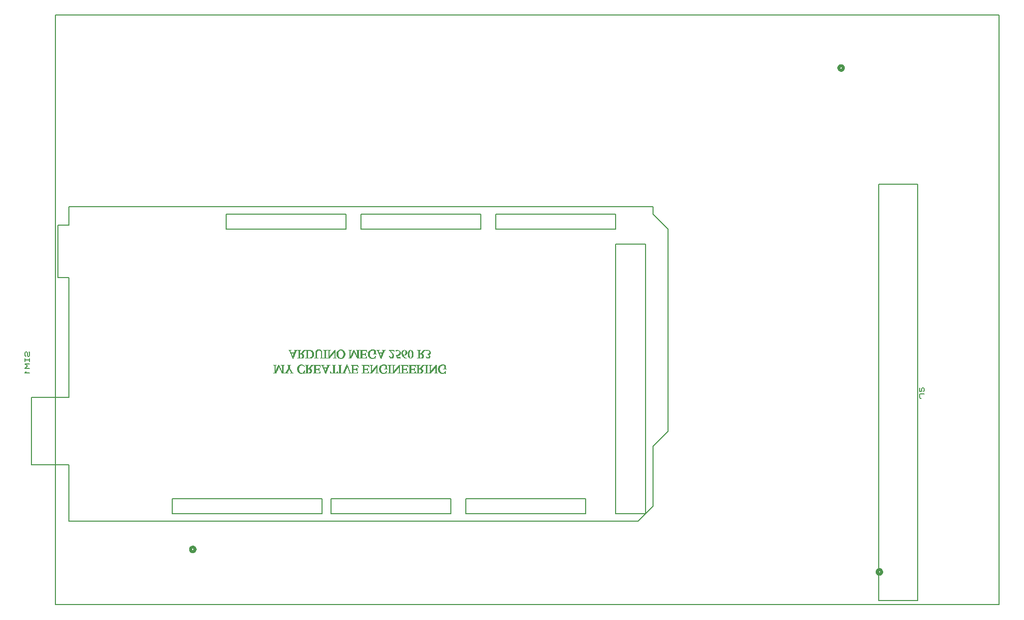
<source format=gbr>
G04 PROTEUS GERBER X2 FILE*
%TF.GenerationSoftware,Labcenter,Proteus,8.13-SP0-Build31525*%
%TF.CreationDate,2023-09-28T22:20:41+00:00*%
%TF.FileFunction,Legend,Bot*%
%TF.FilePolarity,Positive*%
%TF.Part,Single*%
%TF.SameCoordinates,{6b1b6182-4d37-414e-9227-abf112f8db44}*%
%FSLAX45Y45*%
%MOMM*%
G01*
%TA.AperFunction,Profile*%
%ADD20C,0.203200*%
%TA.AperFunction,Material*%
%ADD22C,0.203200*%
%ADD25C,0.063500*%
%ADD23C,0.508000*%
%ADD24C,0.152400*%
%TD.AperFunction*%
D20*
X-8000000Y-5000000D02*
X+8000000Y-5000000D01*
X+8000000Y+5000000D01*
X-8000000Y+5000000D01*
X-8000000Y-5000000D01*
D22*
X-7772400Y+1752600D02*
X+2133600Y+1752600D01*
X+2387600Y+1371600D02*
X+2387600Y-2057400D01*
X+2133600Y+1752600D02*
X+2133600Y+1625600D01*
X+2387600Y+1371600D01*
X+1879600Y-3581400D02*
X-7772400Y-3581400D01*
X+2387600Y-2057400D02*
X+2133600Y-2311400D01*
X+2133600Y-3327400D01*
X+1879600Y-3581400D01*
X-7772400Y-2628900D02*
X-7772400Y-3581400D01*
X-7772400Y+1435100D02*
X-7962900Y+1435100D01*
X-7962900Y+546100D01*
X-7772400Y+546100D02*
X-7962900Y+546100D01*
X-7772400Y+1435100D02*
X-7772400Y+1752600D01*
X-7772400Y-1485900D02*
X-8407400Y-1485900D01*
X-8407400Y-2628900D01*
X-7772400Y-2628900D02*
X-8407400Y-2628900D01*
X-7772400Y+546100D02*
X-7772400Y-1485900D01*
D25*
X-3853220Y-1075680D02*
X-3817660Y-1075680D01*
X-3792260Y-1075680D02*
X-3787180Y-1075680D01*
X-3426500Y-1075680D02*
X-3421420Y-1075680D01*
X-2466380Y-1075680D02*
X-2425740Y-1075680D01*
X-2400340Y-1075680D02*
X-2395260Y-1075680D01*
X-1465620Y-1075680D02*
X-1424980Y-1075680D01*
X-1399580Y-1075680D02*
X-1394500Y-1075680D01*
X-4310420Y-1070600D02*
X-4269780Y-1070600D01*
X-4163100Y-1070600D02*
X-4061500Y-1070600D01*
X-4020860Y-1070600D02*
X-3970060Y-1070600D01*
X-3868460Y-1070600D02*
X-3807500Y-1070600D01*
X-3797340Y-1070600D02*
X-3787180Y-1070600D01*
X-3771940Y-1070600D02*
X-3690660Y-1070600D01*
X-3634780Y-1070600D02*
X-3517940Y-1070600D01*
X-3431580Y-1070600D02*
X-3421420Y-1070600D01*
X-3345220Y-1070600D02*
X-3223300Y-1070600D01*
X-3213140Y-1070600D02*
X-3152180Y-1070600D01*
X-3142020Y-1070600D02*
X-3086140Y-1070600D01*
X-3035340Y-1070600D02*
X-2877860Y-1070600D01*
X-2811820Y-1070600D02*
X-2694980Y-1070600D01*
X-2679740Y-1070600D02*
X-2644180Y-1070600D01*
X-2578140Y-1070600D02*
X-2527340Y-1070600D01*
X-2476540Y-1070600D02*
X-2415580Y-1070600D01*
X-2400340Y-1070600D02*
X-2395260Y-1070600D01*
X-2369860Y-1070600D02*
X-2308900Y-1070600D01*
X-2303820Y-1070600D02*
X-2268260Y-1070600D01*
X-2202220Y-1070600D02*
X-2034580Y-1070600D01*
X-2019340Y-1070600D02*
X-1902500Y-1070600D01*
X-1887260Y-1070600D02*
X-1805980Y-1070600D01*
X-1745020Y-1070600D02*
X-1684060Y-1070600D01*
X-1678980Y-1070600D02*
X-1643420Y-1070600D01*
X-1577380Y-1070600D02*
X-1526580Y-1070600D01*
X-1475780Y-1070600D02*
X-1414820Y-1070600D01*
X-1399580Y-1070600D02*
X-1394500Y-1070600D01*
X-4295180Y-1065520D02*
X-4264700Y-1065520D01*
X-4168180Y-1065520D02*
X-4137700Y-1065520D01*
X-4112300Y-1065520D02*
X-4071660Y-1065520D01*
X-4010700Y-1065520D02*
X-3985300Y-1065520D01*
X-3873540Y-1065520D02*
X-3848140Y-1065520D01*
X-3817660Y-1065520D02*
X-3787180Y-1065520D01*
X-3756700Y-1065520D02*
X-3675420Y-1065520D01*
X-3619540Y-1065520D02*
X-3517940Y-1065520D01*
X-3431580Y-1065520D02*
X-3416340Y-1065520D01*
X-3345220Y-1065520D02*
X-3223300Y-1065520D01*
X-3197900Y-1065520D02*
X-3167420Y-1065520D01*
X-3131860Y-1065520D02*
X-3096300Y-1065520D01*
X-3025180Y-1065520D02*
X-2999780Y-1065520D01*
X-2979460Y-1065520D02*
X-2877860Y-1065520D01*
X-2796580Y-1065520D02*
X-2694980Y-1065520D01*
X-2669580Y-1065520D02*
X-2639100Y-1065520D01*
X-2562900Y-1065520D02*
X-2542580Y-1065520D01*
X-2486700Y-1065520D02*
X-2456220Y-1065520D01*
X-2425740Y-1065520D02*
X-2395260Y-1065520D01*
X-2354620Y-1065520D02*
X-2324140Y-1065520D01*
X-2293660Y-1065520D02*
X-2263180Y-1065520D01*
X-2186980Y-1065520D02*
X-2166660Y-1065520D01*
X-2136180Y-1065520D02*
X-2034580Y-1065520D01*
X-2004100Y-1065520D02*
X-1902500Y-1065520D01*
X-1872020Y-1065520D02*
X-1790740Y-1065520D01*
X-1729780Y-1065520D02*
X-1699300Y-1065520D01*
X-1668820Y-1065520D02*
X-1638340Y-1065520D01*
X-1562140Y-1065520D02*
X-1541820Y-1065520D01*
X-1485940Y-1065520D02*
X-1455460Y-1065520D01*
X-1424980Y-1065520D02*
X-1394500Y-1065520D01*
X-4290100Y-1060440D02*
X-4264700Y-1060440D01*
X-4168180Y-1060440D02*
X-4142780Y-1060440D01*
X-4102140Y-1060440D02*
X-4076740Y-1060440D01*
X-4005620Y-1060440D02*
X-3990380Y-1060440D01*
X-3878620Y-1060440D02*
X-3858300Y-1060440D01*
X-3807500Y-1060440D02*
X-3787180Y-1060440D01*
X-3751620Y-1060440D02*
X-3731300Y-1060440D01*
X-3700820Y-1060440D02*
X-3670340Y-1060440D01*
X-3614460Y-1060440D02*
X-3594140Y-1060440D01*
X-3533180Y-1060440D02*
X-3517940Y-1060440D01*
X-3436660Y-1060440D02*
X-3416340Y-1060440D01*
X-3345220Y-1060440D02*
X-3329980Y-1060440D01*
X-3294420Y-1060440D02*
X-3274100Y-1060440D01*
X-3238540Y-1060440D02*
X-3223300Y-1060440D01*
X-3192820Y-1060440D02*
X-3172500Y-1060440D01*
X-3126780Y-1060440D02*
X-3101380Y-1060440D01*
X-3020100Y-1060440D02*
X-3004860Y-1060440D01*
X-2974380Y-1060440D02*
X-2954060Y-1060440D01*
X-2893100Y-1060440D02*
X-2877860Y-1060440D01*
X-2791500Y-1060440D02*
X-2771180Y-1060440D01*
X-2710220Y-1060440D02*
X-2694980Y-1060440D01*
X-2659420Y-1060440D02*
X-2634020Y-1060440D01*
X-2557820Y-1060440D02*
X-2547660Y-1060440D01*
X-2491780Y-1060440D02*
X-2466380Y-1060440D01*
X-2415580Y-1060440D02*
X-2395260Y-1060440D01*
X-2349540Y-1060440D02*
X-2329220Y-1060440D01*
X-2283500Y-1060440D02*
X-2258100Y-1060440D01*
X-2181900Y-1060440D02*
X-2171740Y-1060440D01*
X-2131100Y-1060440D02*
X-2110780Y-1060440D01*
X-2049820Y-1060440D02*
X-2034580Y-1060440D01*
X-1999020Y-1060440D02*
X-1978700Y-1060440D01*
X-1917740Y-1060440D02*
X-1902500Y-1060440D01*
X-1866940Y-1060440D02*
X-1846620Y-1060440D01*
X-1816140Y-1060440D02*
X-1785660Y-1060440D01*
X-1724700Y-1060440D02*
X-1704380Y-1060440D01*
X-1658660Y-1060440D02*
X-1633260Y-1060440D01*
X-1557060Y-1060440D02*
X-1546900Y-1060440D01*
X-1491020Y-1060440D02*
X-1465620Y-1060440D01*
X-1414820Y-1060440D02*
X-1394500Y-1060440D01*
X-4290100Y-1055360D02*
X-4259620Y-1055360D01*
X-4173260Y-1055360D02*
X-4142780Y-1055360D01*
X-4102140Y-1055360D02*
X-4076740Y-1055360D01*
X-4005620Y-1055360D02*
X-3995460Y-1055360D01*
X-3883700Y-1055360D02*
X-3863380Y-1055360D01*
X-3802420Y-1055360D02*
X-3787180Y-1055360D01*
X-3751620Y-1055360D02*
X-3731300Y-1055360D01*
X-3690660Y-1055360D02*
X-3665260Y-1055360D01*
X-3614460Y-1055360D02*
X-3594140Y-1055360D01*
X-3528100Y-1055360D02*
X-3517940Y-1055360D01*
X-3436660Y-1055360D02*
X-3411260Y-1055360D01*
X-3345220Y-1055360D02*
X-3335060Y-1055360D01*
X-3294420Y-1055360D02*
X-3274100Y-1055360D01*
X-3233460Y-1055360D02*
X-3223300Y-1055360D01*
X-3192820Y-1055360D02*
X-3172500Y-1055360D01*
X-3121700Y-1055360D02*
X-3101380Y-1055360D01*
X-3020100Y-1055360D02*
X-3009940Y-1055360D01*
X-2974380Y-1055360D02*
X-2954060Y-1055360D01*
X-2888020Y-1055360D02*
X-2877860Y-1055360D01*
X-2791500Y-1055360D02*
X-2771180Y-1055360D01*
X-2705140Y-1055360D02*
X-2694980Y-1055360D01*
X-2654340Y-1055360D02*
X-2628940Y-1055360D01*
X-2557820Y-1055360D02*
X-2547660Y-1055360D01*
X-2496860Y-1055360D02*
X-2471460Y-1055360D01*
X-2405420Y-1055360D02*
X-2390180Y-1055360D01*
X-2349540Y-1055360D02*
X-2329220Y-1055360D01*
X-2278420Y-1055360D02*
X-2253020Y-1055360D01*
X-2181900Y-1055360D02*
X-2171740Y-1055360D01*
X-2131100Y-1055360D02*
X-2110780Y-1055360D01*
X-2044740Y-1055360D02*
X-2034580Y-1055360D01*
X-1999020Y-1055360D02*
X-1978700Y-1055360D01*
X-1912660Y-1055360D02*
X-1902500Y-1055360D01*
X-1866940Y-1055360D02*
X-1846620Y-1055360D01*
X-1805980Y-1055360D02*
X-1780580Y-1055360D01*
X-1724700Y-1055360D02*
X-1704380Y-1055360D01*
X-1653580Y-1055360D02*
X-1628180Y-1055360D01*
X-1557060Y-1055360D02*
X-1546900Y-1055360D01*
X-1496100Y-1055360D02*
X-1470700Y-1055360D01*
X-1404660Y-1055360D02*
X-1389420Y-1055360D01*
X-4290100Y-1050280D02*
X-4259620Y-1050280D01*
X-4173260Y-1050280D02*
X-4142780Y-1050280D01*
X-4097060Y-1050280D02*
X-4071660Y-1050280D01*
X-4010700Y-1050280D02*
X-4000540Y-1050280D01*
X-3888780Y-1050280D02*
X-3868460Y-1050280D01*
X-3797340Y-1050280D02*
X-3782100Y-1050280D01*
X-3751620Y-1050280D02*
X-3731300Y-1050280D01*
X-3685580Y-1050280D02*
X-3665260Y-1050280D01*
X-3614460Y-1050280D02*
X-3594140Y-1050280D01*
X-3523020Y-1050280D02*
X-3517940Y-1050280D01*
X-3436660Y-1050280D02*
X-3411260Y-1050280D01*
X-3345220Y-1050280D02*
X-3335060Y-1050280D01*
X-3294420Y-1050280D02*
X-3274100Y-1050280D01*
X-3233460Y-1050280D02*
X-3223300Y-1050280D01*
X-3192820Y-1050280D02*
X-3172500Y-1050280D01*
X-3121700Y-1050280D02*
X-3101380Y-1050280D01*
X-3020100Y-1050280D02*
X-3009940Y-1050280D01*
X-2974380Y-1050280D02*
X-2954060Y-1050280D01*
X-2882940Y-1050280D02*
X-2877860Y-1050280D01*
X-2791500Y-1050280D02*
X-2771180Y-1050280D01*
X-2700060Y-1050280D02*
X-2694980Y-1050280D01*
X-2654340Y-1050280D02*
X-2628940Y-1050280D01*
X-2557820Y-1050280D02*
X-2547660Y-1050280D01*
X-2501940Y-1050280D02*
X-2476540Y-1050280D01*
X-2405420Y-1050280D02*
X-2390180Y-1050280D01*
X-2349540Y-1050280D02*
X-2329220Y-1050280D01*
X-2278420Y-1050280D02*
X-2253020Y-1050280D01*
X-2181900Y-1050280D02*
X-2171740Y-1050280D01*
X-2131100Y-1050280D02*
X-2110780Y-1050280D01*
X-2039660Y-1050280D02*
X-2034580Y-1050280D01*
X-1999020Y-1050280D02*
X-1978700Y-1050280D01*
X-1907580Y-1050280D02*
X-1902500Y-1050280D01*
X-1866940Y-1050280D02*
X-1846620Y-1050280D01*
X-1800900Y-1050280D02*
X-1780580Y-1050280D01*
X-1724700Y-1050280D02*
X-1704380Y-1050280D01*
X-1653580Y-1050280D02*
X-1628180Y-1050280D01*
X-1557060Y-1050280D02*
X-1546900Y-1050280D01*
X-1501180Y-1050280D02*
X-1475780Y-1050280D01*
X-1404660Y-1050280D02*
X-1389420Y-1050280D01*
X-4290100Y-1045200D02*
X-4254540Y-1045200D01*
X-4178340Y-1045200D02*
X-4142780Y-1045200D01*
X-4091980Y-1045200D02*
X-4071660Y-1045200D01*
X-4010700Y-1045200D02*
X-4000540Y-1045200D01*
X-3893860Y-1045200D02*
X-3868460Y-1045200D01*
X-3792260Y-1045200D02*
X-3782100Y-1045200D01*
X-3751620Y-1045200D02*
X-3731300Y-1045200D01*
X-3685580Y-1045200D02*
X-3660180Y-1045200D01*
X-3614460Y-1045200D02*
X-3594140Y-1045200D01*
X-3523020Y-1045200D02*
X-3517940Y-1045200D01*
X-3441740Y-1045200D02*
X-3411260Y-1045200D01*
X-3345220Y-1045200D02*
X-3340140Y-1045200D01*
X-3294420Y-1045200D02*
X-3274100Y-1045200D01*
X-3228380Y-1045200D02*
X-3223300Y-1045200D01*
X-3192820Y-1045200D02*
X-3172500Y-1045200D01*
X-3121700Y-1045200D02*
X-3096300Y-1045200D01*
X-3025180Y-1045200D02*
X-3015020Y-1045200D01*
X-2974380Y-1045200D02*
X-2954060Y-1045200D01*
X-2882940Y-1045200D02*
X-2877860Y-1045200D01*
X-2791500Y-1045200D02*
X-2771180Y-1045200D01*
X-2700060Y-1045200D02*
X-2694980Y-1045200D01*
X-2654340Y-1045200D02*
X-2623860Y-1045200D01*
X-2557820Y-1045200D02*
X-2547660Y-1045200D01*
X-2501940Y-1045200D02*
X-2481620Y-1045200D01*
X-2400340Y-1045200D02*
X-2390180Y-1045200D01*
X-2349540Y-1045200D02*
X-2329220Y-1045200D01*
X-2278420Y-1045200D02*
X-2247940Y-1045200D01*
X-2181900Y-1045200D02*
X-2171740Y-1045200D01*
X-2131100Y-1045200D02*
X-2110780Y-1045200D01*
X-2039660Y-1045200D02*
X-2034580Y-1045200D01*
X-1999020Y-1045200D02*
X-1978700Y-1045200D01*
X-1907580Y-1045200D02*
X-1902500Y-1045200D01*
X-1866940Y-1045200D02*
X-1846620Y-1045200D01*
X-1800900Y-1045200D02*
X-1775500Y-1045200D01*
X-1724700Y-1045200D02*
X-1704380Y-1045200D01*
X-1653580Y-1045200D02*
X-1623100Y-1045200D01*
X-1557060Y-1045200D02*
X-1546900Y-1045200D01*
X-1501180Y-1045200D02*
X-1480860Y-1045200D01*
X-1399580Y-1045200D02*
X-1389420Y-1045200D01*
X-4290100Y-1040120D02*
X-4279940Y-1040120D01*
X-4274860Y-1040120D02*
X-4254540Y-1040120D01*
X-4178340Y-1040120D02*
X-4168180Y-1040120D01*
X-4163100Y-1040120D02*
X-4142780Y-1040120D01*
X-4086900Y-1040120D02*
X-4066580Y-1040120D01*
X-4015780Y-1040120D02*
X-4005620Y-1040120D01*
X-3893860Y-1040120D02*
X-3873540Y-1040120D01*
X-3792260Y-1040120D02*
X-3782100Y-1040120D01*
X-3751620Y-1040120D02*
X-3731300Y-1040120D01*
X-3680500Y-1040120D02*
X-3660180Y-1040120D01*
X-3614460Y-1040120D02*
X-3594140Y-1040120D01*
X-3441740Y-1040120D02*
X-3431580Y-1040120D01*
X-3426500Y-1040120D02*
X-3406180Y-1040120D01*
X-3345220Y-1040120D02*
X-3340140Y-1040120D01*
X-3294420Y-1040120D02*
X-3274100Y-1040120D01*
X-3228380Y-1040120D02*
X-3223300Y-1040120D01*
X-3192820Y-1040120D02*
X-3172500Y-1040120D01*
X-3116620Y-1040120D02*
X-3096300Y-1040120D01*
X-3025180Y-1040120D02*
X-3015020Y-1040120D01*
X-2974380Y-1040120D02*
X-2954060Y-1040120D01*
X-2791500Y-1040120D02*
X-2771180Y-1040120D01*
X-2654340Y-1040120D02*
X-2618780Y-1040120D01*
X-2557820Y-1040120D02*
X-2547660Y-1040120D01*
X-2507020Y-1040120D02*
X-2486700Y-1040120D01*
X-2400340Y-1040120D02*
X-2390180Y-1040120D01*
X-2349540Y-1040120D02*
X-2329220Y-1040120D01*
X-2278420Y-1040120D02*
X-2242860Y-1040120D01*
X-2181900Y-1040120D02*
X-2171740Y-1040120D01*
X-2131100Y-1040120D02*
X-2110780Y-1040120D01*
X-1999020Y-1040120D02*
X-1978700Y-1040120D01*
X-1866940Y-1040120D02*
X-1846620Y-1040120D01*
X-1795820Y-1040120D02*
X-1775500Y-1040120D01*
X-1724700Y-1040120D02*
X-1704380Y-1040120D01*
X-1653580Y-1040120D02*
X-1618020Y-1040120D01*
X-1557060Y-1040120D02*
X-1546900Y-1040120D01*
X-1506260Y-1040120D02*
X-1485940Y-1040120D01*
X-1399580Y-1040120D02*
X-1389420Y-1040120D01*
X-4290100Y-1035040D02*
X-4279940Y-1035040D01*
X-4274860Y-1035040D02*
X-4249460Y-1035040D01*
X-4178340Y-1035040D02*
X-4168180Y-1035040D01*
X-4163100Y-1035040D02*
X-4142780Y-1035040D01*
X-4086900Y-1035040D02*
X-4061500Y-1035040D01*
X-4020860Y-1035040D02*
X-4010700Y-1035040D01*
X-3898940Y-1035040D02*
X-3873540Y-1035040D01*
X-3787180Y-1035040D02*
X-3782100Y-1035040D01*
X-3751620Y-1035040D02*
X-3731300Y-1035040D01*
X-3680500Y-1035040D02*
X-3660180Y-1035040D01*
X-3614460Y-1035040D02*
X-3594140Y-1035040D01*
X-3446820Y-1035040D02*
X-3431580Y-1035040D01*
X-3426500Y-1035040D02*
X-3406180Y-1035040D01*
X-3294420Y-1035040D02*
X-3274100Y-1035040D01*
X-3192820Y-1035040D02*
X-3172500Y-1035040D01*
X-3116620Y-1035040D02*
X-3091220Y-1035040D01*
X-3025180Y-1035040D02*
X-3015020Y-1035040D01*
X-2974380Y-1035040D02*
X-2954060Y-1035040D01*
X-2791500Y-1035040D02*
X-2771180Y-1035040D01*
X-2654340Y-1035040D02*
X-2644180Y-1035040D01*
X-2639100Y-1035040D02*
X-2613700Y-1035040D01*
X-2557820Y-1035040D02*
X-2547660Y-1035040D01*
X-2512100Y-1035040D02*
X-2486700Y-1035040D01*
X-2395260Y-1035040D02*
X-2390180Y-1035040D01*
X-2349540Y-1035040D02*
X-2329220Y-1035040D01*
X-2278420Y-1035040D02*
X-2268260Y-1035040D01*
X-2263180Y-1035040D02*
X-2237780Y-1035040D01*
X-2181900Y-1035040D02*
X-2171740Y-1035040D01*
X-2131100Y-1035040D02*
X-2110780Y-1035040D01*
X-1999020Y-1035040D02*
X-1978700Y-1035040D01*
X-1866940Y-1035040D02*
X-1846620Y-1035040D01*
X-1795820Y-1035040D02*
X-1775500Y-1035040D01*
X-1724700Y-1035040D02*
X-1704380Y-1035040D01*
X-1653580Y-1035040D02*
X-1643420Y-1035040D01*
X-1638340Y-1035040D02*
X-1612940Y-1035040D01*
X-1557060Y-1035040D02*
X-1546900Y-1035040D01*
X-1511340Y-1035040D02*
X-1485940Y-1035040D01*
X-1394500Y-1035040D02*
X-1389420Y-1035040D01*
X-4290100Y-1029960D02*
X-4279940Y-1029960D01*
X-4269780Y-1029960D02*
X-4249460Y-1029960D01*
X-4183420Y-1029960D02*
X-4173260Y-1029960D01*
X-4163100Y-1029960D02*
X-4142780Y-1029960D01*
X-4081820Y-1029960D02*
X-4056420Y-1029960D01*
X-4020860Y-1029960D02*
X-4010700Y-1029960D01*
X-3898940Y-1029960D02*
X-3873540Y-1029960D01*
X-3787180Y-1029960D02*
X-3782100Y-1029960D01*
X-3751620Y-1029960D02*
X-3731300Y-1029960D01*
X-3680500Y-1029960D02*
X-3660180Y-1029960D01*
X-3614460Y-1029960D02*
X-3594140Y-1029960D01*
X-3538260Y-1029960D02*
X-3533180Y-1029960D01*
X-3446820Y-1029960D02*
X-3436660Y-1029960D01*
X-3421420Y-1029960D02*
X-3401100Y-1029960D01*
X-3294420Y-1029960D02*
X-3274100Y-1029960D01*
X-3192820Y-1029960D02*
X-3172500Y-1029960D01*
X-3111540Y-1029960D02*
X-3091220Y-1029960D01*
X-3030260Y-1029960D02*
X-3020100Y-1029960D01*
X-2974380Y-1029960D02*
X-2954060Y-1029960D01*
X-2898180Y-1029960D02*
X-2893100Y-1029960D01*
X-2791500Y-1029960D02*
X-2771180Y-1029960D01*
X-2715300Y-1029960D02*
X-2710220Y-1029960D01*
X-2654340Y-1029960D02*
X-2644180Y-1029960D01*
X-2634020Y-1029960D02*
X-2608620Y-1029960D01*
X-2557820Y-1029960D02*
X-2547660Y-1029960D01*
X-2512100Y-1029960D02*
X-2486700Y-1029960D01*
X-2349540Y-1029960D02*
X-2329220Y-1029960D01*
X-2278420Y-1029960D02*
X-2268260Y-1029960D01*
X-2258100Y-1029960D02*
X-2232700Y-1029960D01*
X-2181900Y-1029960D02*
X-2171740Y-1029960D01*
X-2131100Y-1029960D02*
X-2110780Y-1029960D01*
X-2054900Y-1029960D02*
X-2049820Y-1029960D01*
X-1999020Y-1029960D02*
X-1978700Y-1029960D01*
X-1922820Y-1029960D02*
X-1917740Y-1029960D01*
X-1866940Y-1029960D02*
X-1846620Y-1029960D01*
X-1795820Y-1029960D02*
X-1775500Y-1029960D01*
X-1724700Y-1029960D02*
X-1704380Y-1029960D01*
X-1653580Y-1029960D02*
X-1643420Y-1029960D01*
X-1633260Y-1029960D02*
X-1607860Y-1029960D01*
X-1557060Y-1029960D02*
X-1546900Y-1029960D01*
X-1511340Y-1029960D02*
X-1485940Y-1029960D01*
X-4290100Y-1024880D02*
X-4279940Y-1024880D01*
X-4269780Y-1024880D02*
X-4244380Y-1024880D01*
X-4183420Y-1024880D02*
X-4173260Y-1024880D01*
X-4163100Y-1024880D02*
X-4142780Y-1024880D01*
X-4076740Y-1024880D02*
X-4056420Y-1024880D01*
X-4025940Y-1024880D02*
X-4015780Y-1024880D01*
X-3898940Y-1024880D02*
X-3878620Y-1024880D01*
X-3751620Y-1024880D02*
X-3731300Y-1024880D01*
X-3685580Y-1024880D02*
X-3660180Y-1024880D01*
X-3614460Y-1024880D02*
X-3594140Y-1024880D01*
X-3538260Y-1024880D02*
X-3533180Y-1024880D01*
X-3446820Y-1024880D02*
X-3436660Y-1024880D01*
X-3421420Y-1024880D02*
X-3401100Y-1024880D01*
X-3294420Y-1024880D02*
X-3274100Y-1024880D01*
X-3192820Y-1024880D02*
X-3172500Y-1024880D01*
X-3111540Y-1024880D02*
X-3086140Y-1024880D01*
X-3030260Y-1024880D02*
X-3020100Y-1024880D01*
X-2974380Y-1024880D02*
X-2954060Y-1024880D01*
X-2898180Y-1024880D02*
X-2893100Y-1024880D01*
X-2791500Y-1024880D02*
X-2771180Y-1024880D01*
X-2715300Y-1024880D02*
X-2710220Y-1024880D01*
X-2654340Y-1024880D02*
X-2644180Y-1024880D01*
X-2628940Y-1024880D02*
X-2603540Y-1024880D01*
X-2557820Y-1024880D02*
X-2547660Y-1024880D01*
X-2512100Y-1024880D02*
X-2491780Y-1024880D01*
X-2349540Y-1024880D02*
X-2329220Y-1024880D01*
X-2278420Y-1024880D02*
X-2268260Y-1024880D01*
X-2253020Y-1024880D02*
X-2227620Y-1024880D01*
X-2181900Y-1024880D02*
X-2171740Y-1024880D01*
X-2131100Y-1024880D02*
X-2110780Y-1024880D01*
X-2054900Y-1024880D02*
X-2049820Y-1024880D01*
X-1999020Y-1024880D02*
X-1978700Y-1024880D01*
X-1922820Y-1024880D02*
X-1917740Y-1024880D01*
X-1866940Y-1024880D02*
X-1846620Y-1024880D01*
X-1800900Y-1024880D02*
X-1775500Y-1024880D01*
X-1724700Y-1024880D02*
X-1704380Y-1024880D01*
X-1653580Y-1024880D02*
X-1643420Y-1024880D01*
X-1628180Y-1024880D02*
X-1602780Y-1024880D01*
X-1557060Y-1024880D02*
X-1546900Y-1024880D01*
X-1511340Y-1024880D02*
X-1491020Y-1024880D01*
X-4290100Y-1019800D02*
X-4279940Y-1019800D01*
X-4264700Y-1019800D02*
X-4244380Y-1019800D01*
X-4188500Y-1019800D02*
X-4178340Y-1019800D01*
X-4163100Y-1019800D02*
X-4142780Y-1019800D01*
X-4076740Y-1019800D02*
X-4051340Y-1019800D01*
X-4025940Y-1019800D02*
X-4015780Y-1019800D01*
X-3904020Y-1019800D02*
X-3878620Y-1019800D01*
X-3751620Y-1019800D02*
X-3731300Y-1019800D01*
X-3685580Y-1019800D02*
X-3660180Y-1019800D01*
X-3614460Y-1019800D02*
X-3594140Y-1019800D01*
X-3543340Y-1019800D02*
X-3533180Y-1019800D01*
X-3451900Y-1019800D02*
X-3441740Y-1019800D01*
X-3421420Y-1019800D02*
X-3401100Y-1019800D01*
X-3294420Y-1019800D02*
X-3274100Y-1019800D01*
X-3192820Y-1019800D02*
X-3172500Y-1019800D01*
X-3106460Y-1019800D02*
X-3086140Y-1019800D01*
X-3035340Y-1019800D02*
X-3025180Y-1019800D01*
X-2974380Y-1019800D02*
X-2954060Y-1019800D01*
X-2903260Y-1019800D02*
X-2893100Y-1019800D01*
X-2791500Y-1019800D02*
X-2771180Y-1019800D01*
X-2720380Y-1019800D02*
X-2710220Y-1019800D01*
X-2654340Y-1019800D02*
X-2644180Y-1019800D01*
X-2628940Y-1019800D02*
X-2603540Y-1019800D01*
X-2557820Y-1019800D02*
X-2547660Y-1019800D01*
X-2517180Y-1019800D02*
X-2491780Y-1019800D01*
X-2349540Y-1019800D02*
X-2329220Y-1019800D01*
X-2278420Y-1019800D02*
X-2268260Y-1019800D01*
X-2253020Y-1019800D02*
X-2227620Y-1019800D01*
X-2181900Y-1019800D02*
X-2171740Y-1019800D01*
X-2131100Y-1019800D02*
X-2110780Y-1019800D01*
X-2059980Y-1019800D02*
X-2049820Y-1019800D01*
X-1999020Y-1019800D02*
X-1978700Y-1019800D01*
X-1927900Y-1019800D02*
X-1917740Y-1019800D01*
X-1866940Y-1019800D02*
X-1846620Y-1019800D01*
X-1800900Y-1019800D02*
X-1775500Y-1019800D01*
X-1724700Y-1019800D02*
X-1704380Y-1019800D01*
X-1653580Y-1019800D02*
X-1643420Y-1019800D01*
X-1628180Y-1019800D02*
X-1602780Y-1019800D01*
X-1557060Y-1019800D02*
X-1546900Y-1019800D01*
X-1516420Y-1019800D02*
X-1491020Y-1019800D01*
X-4290100Y-1014720D02*
X-4279940Y-1014720D01*
X-4264700Y-1014720D02*
X-4239300Y-1014720D01*
X-4188500Y-1014720D02*
X-4178340Y-1014720D01*
X-4163100Y-1014720D02*
X-4142780Y-1014720D01*
X-4071660Y-1014720D02*
X-4046260Y-1014720D01*
X-4031020Y-1014720D02*
X-4020860Y-1014720D01*
X-3904020Y-1014720D02*
X-3878620Y-1014720D01*
X-3751620Y-1014720D02*
X-3731300Y-1014720D01*
X-3690660Y-1014720D02*
X-3665260Y-1014720D01*
X-3614460Y-1014720D02*
X-3594140Y-1014720D01*
X-3543340Y-1014720D02*
X-3533180Y-1014720D01*
X-3451900Y-1014720D02*
X-3441740Y-1014720D01*
X-3416340Y-1014720D02*
X-3396020Y-1014720D01*
X-3294420Y-1014720D02*
X-3274100Y-1014720D01*
X-3192820Y-1014720D02*
X-3172500Y-1014720D01*
X-3106460Y-1014720D02*
X-3086140Y-1014720D01*
X-3035340Y-1014720D02*
X-3025180Y-1014720D01*
X-2974380Y-1014720D02*
X-2954060Y-1014720D01*
X-2903260Y-1014720D02*
X-2893100Y-1014720D01*
X-2791500Y-1014720D02*
X-2771180Y-1014720D01*
X-2720380Y-1014720D02*
X-2710220Y-1014720D01*
X-2654340Y-1014720D02*
X-2644180Y-1014720D01*
X-2623860Y-1014720D02*
X-2598460Y-1014720D01*
X-2557820Y-1014720D02*
X-2547660Y-1014720D01*
X-2517180Y-1014720D02*
X-2491780Y-1014720D01*
X-2349540Y-1014720D02*
X-2329220Y-1014720D01*
X-2278420Y-1014720D02*
X-2268260Y-1014720D01*
X-2247940Y-1014720D02*
X-2222540Y-1014720D01*
X-2181900Y-1014720D02*
X-2171740Y-1014720D01*
X-2131100Y-1014720D02*
X-2110780Y-1014720D01*
X-2059980Y-1014720D02*
X-2049820Y-1014720D01*
X-1999020Y-1014720D02*
X-1978700Y-1014720D01*
X-1927900Y-1014720D02*
X-1917740Y-1014720D01*
X-1866940Y-1014720D02*
X-1846620Y-1014720D01*
X-1805980Y-1014720D02*
X-1780580Y-1014720D01*
X-1724700Y-1014720D02*
X-1704380Y-1014720D01*
X-1653580Y-1014720D02*
X-1643420Y-1014720D01*
X-1623100Y-1014720D02*
X-1597700Y-1014720D01*
X-1557060Y-1014720D02*
X-1546900Y-1014720D01*
X-1516420Y-1014720D02*
X-1491020Y-1014720D01*
X-4290100Y-1009640D02*
X-4279940Y-1009640D01*
X-4259620Y-1009640D02*
X-4239300Y-1009640D01*
X-4193580Y-1009640D02*
X-4183420Y-1009640D01*
X-4163100Y-1009640D02*
X-4142780Y-1009640D01*
X-4066580Y-1009640D02*
X-4046260Y-1009640D01*
X-4031020Y-1009640D02*
X-4020860Y-1009640D01*
X-3904020Y-1009640D02*
X-3878620Y-1009640D01*
X-3751620Y-1009640D02*
X-3731300Y-1009640D01*
X-3695740Y-1009640D02*
X-3670340Y-1009640D01*
X-3614460Y-1009640D02*
X-3533180Y-1009640D01*
X-3456980Y-1009640D02*
X-3441740Y-1009640D01*
X-3416340Y-1009640D02*
X-3396020Y-1009640D01*
X-3294420Y-1009640D02*
X-3274100Y-1009640D01*
X-3192820Y-1009640D02*
X-3172500Y-1009640D01*
X-3101380Y-1009640D02*
X-3081060Y-1009640D01*
X-3035340Y-1009640D02*
X-3025180Y-1009640D01*
X-2974380Y-1009640D02*
X-2893100Y-1009640D01*
X-2791500Y-1009640D02*
X-2710220Y-1009640D01*
X-2654340Y-1009640D02*
X-2644180Y-1009640D01*
X-2618780Y-1009640D02*
X-2593380Y-1009640D01*
X-2557820Y-1009640D02*
X-2547660Y-1009640D01*
X-2517180Y-1009640D02*
X-2491780Y-1009640D01*
X-2349540Y-1009640D02*
X-2329220Y-1009640D01*
X-2278420Y-1009640D02*
X-2268260Y-1009640D01*
X-2242860Y-1009640D02*
X-2217460Y-1009640D01*
X-2181900Y-1009640D02*
X-2171740Y-1009640D01*
X-2131100Y-1009640D02*
X-2049820Y-1009640D01*
X-1999020Y-1009640D02*
X-1917740Y-1009640D01*
X-1866940Y-1009640D02*
X-1846620Y-1009640D01*
X-1811060Y-1009640D02*
X-1785660Y-1009640D01*
X-1724700Y-1009640D02*
X-1704380Y-1009640D01*
X-1653580Y-1009640D02*
X-1643420Y-1009640D01*
X-1618020Y-1009640D02*
X-1592620Y-1009640D01*
X-1557060Y-1009640D02*
X-1546900Y-1009640D01*
X-1516420Y-1009640D02*
X-1491020Y-1009640D01*
X-4290100Y-1004560D02*
X-4279940Y-1004560D01*
X-4259620Y-1004560D02*
X-4234220Y-1004560D01*
X-4193580Y-1004560D02*
X-4183420Y-1004560D01*
X-4163100Y-1004560D02*
X-4142780Y-1004560D01*
X-4066580Y-1004560D02*
X-4041180Y-1004560D01*
X-4036100Y-1004560D02*
X-4025940Y-1004560D01*
X-3904020Y-1004560D02*
X-3878620Y-1004560D01*
X-3751620Y-1004560D02*
X-3731300Y-1004560D01*
X-3705900Y-1004560D02*
X-3670340Y-1004560D01*
X-3614460Y-1004560D02*
X-3533180Y-1004560D01*
X-3456980Y-1004560D02*
X-3446820Y-1004560D01*
X-3416340Y-1004560D02*
X-3390940Y-1004560D01*
X-3294420Y-1004560D02*
X-3274100Y-1004560D01*
X-3192820Y-1004560D02*
X-3172500Y-1004560D01*
X-3101380Y-1004560D02*
X-3081060Y-1004560D01*
X-3040420Y-1004560D02*
X-3030260Y-1004560D01*
X-2974380Y-1004560D02*
X-2893100Y-1004560D01*
X-2791500Y-1004560D02*
X-2710220Y-1004560D01*
X-2654340Y-1004560D02*
X-2644180Y-1004560D01*
X-2613700Y-1004560D02*
X-2588300Y-1004560D01*
X-2557820Y-1004560D02*
X-2547660Y-1004560D01*
X-2517180Y-1004560D02*
X-2491780Y-1004560D01*
X-2430820Y-1004560D02*
X-2374940Y-1004560D01*
X-2349540Y-1004560D02*
X-2329220Y-1004560D01*
X-2278420Y-1004560D02*
X-2268260Y-1004560D01*
X-2237780Y-1004560D02*
X-2212380Y-1004560D01*
X-2181900Y-1004560D02*
X-2171740Y-1004560D01*
X-2131100Y-1004560D02*
X-2049820Y-1004560D01*
X-1999020Y-1004560D02*
X-1917740Y-1004560D01*
X-1866940Y-1004560D02*
X-1846620Y-1004560D01*
X-1821220Y-1004560D02*
X-1785660Y-1004560D01*
X-1724700Y-1004560D02*
X-1704380Y-1004560D01*
X-1653580Y-1004560D02*
X-1643420Y-1004560D01*
X-1612940Y-1004560D02*
X-1587540Y-1004560D01*
X-1557060Y-1004560D02*
X-1546900Y-1004560D01*
X-1516420Y-1004560D02*
X-1491020Y-1004560D01*
X-1430060Y-1004560D02*
X-1374180Y-1004560D01*
X-4290100Y-999480D02*
X-4279940Y-999480D01*
X-4254540Y-999480D02*
X-4234220Y-999480D01*
X-4198660Y-999480D02*
X-4188500Y-999480D01*
X-4163100Y-999480D02*
X-4142780Y-999480D01*
X-4061500Y-999480D02*
X-4031020Y-999480D01*
X-3904020Y-999480D02*
X-3878620Y-999480D01*
X-3751620Y-999480D02*
X-3680500Y-999480D01*
X-3614460Y-999480D02*
X-3594140Y-999480D01*
X-3543340Y-999480D02*
X-3533180Y-999480D01*
X-3456980Y-999480D02*
X-3446820Y-999480D01*
X-3411260Y-999480D02*
X-3390940Y-999480D01*
X-3294420Y-999480D02*
X-3274100Y-999480D01*
X-3192820Y-999480D02*
X-3172500Y-999480D01*
X-3096300Y-999480D02*
X-3075980Y-999480D01*
X-3040420Y-999480D02*
X-3030260Y-999480D01*
X-2974380Y-999480D02*
X-2954060Y-999480D01*
X-2903260Y-999480D02*
X-2893100Y-999480D01*
X-2791500Y-999480D02*
X-2771180Y-999480D01*
X-2720380Y-999480D02*
X-2710220Y-999480D01*
X-2654340Y-999480D02*
X-2644180Y-999480D01*
X-2608620Y-999480D02*
X-2583220Y-999480D01*
X-2557820Y-999480D02*
X-2547660Y-999480D01*
X-2517180Y-999480D02*
X-2491780Y-999480D01*
X-2415580Y-999480D02*
X-2385100Y-999480D01*
X-2349540Y-999480D02*
X-2329220Y-999480D01*
X-2278420Y-999480D02*
X-2268260Y-999480D01*
X-2232700Y-999480D02*
X-2207300Y-999480D01*
X-2181900Y-999480D02*
X-2171740Y-999480D01*
X-2131100Y-999480D02*
X-2110780Y-999480D01*
X-2059980Y-999480D02*
X-2049820Y-999480D01*
X-1999020Y-999480D02*
X-1978700Y-999480D01*
X-1927900Y-999480D02*
X-1917740Y-999480D01*
X-1866940Y-999480D02*
X-1795820Y-999480D01*
X-1724700Y-999480D02*
X-1704380Y-999480D01*
X-1653580Y-999480D02*
X-1643420Y-999480D01*
X-1607860Y-999480D02*
X-1582460Y-999480D01*
X-1557060Y-999480D02*
X-1546900Y-999480D01*
X-1516420Y-999480D02*
X-1491020Y-999480D01*
X-1414820Y-999480D02*
X-1384340Y-999480D01*
X-4290100Y-994400D02*
X-4279940Y-994400D01*
X-4254540Y-994400D02*
X-4234220Y-994400D01*
X-4198660Y-994400D02*
X-4188500Y-994400D01*
X-4163100Y-994400D02*
X-4142780Y-994400D01*
X-4056420Y-994400D02*
X-4031020Y-994400D01*
X-3904020Y-994400D02*
X-3878620Y-994400D01*
X-3751620Y-994400D02*
X-3690660Y-994400D01*
X-3614460Y-994400D02*
X-3594140Y-994400D01*
X-3543340Y-994400D02*
X-3533180Y-994400D01*
X-3462060Y-994400D02*
X-3451900Y-994400D01*
X-3411260Y-994400D02*
X-3390940Y-994400D01*
X-3294420Y-994400D02*
X-3274100Y-994400D01*
X-3192820Y-994400D02*
X-3172500Y-994400D01*
X-3096300Y-994400D02*
X-3075980Y-994400D01*
X-3045500Y-994400D02*
X-3035340Y-994400D01*
X-2974380Y-994400D02*
X-2954060Y-994400D01*
X-2903260Y-994400D02*
X-2893100Y-994400D01*
X-2791500Y-994400D02*
X-2771180Y-994400D01*
X-2720380Y-994400D02*
X-2710220Y-994400D01*
X-2654340Y-994400D02*
X-2644180Y-994400D01*
X-2608620Y-994400D02*
X-2583220Y-994400D01*
X-2557820Y-994400D02*
X-2547660Y-994400D01*
X-2517180Y-994400D02*
X-2491780Y-994400D01*
X-2410500Y-994400D02*
X-2390180Y-994400D01*
X-2349540Y-994400D02*
X-2329220Y-994400D01*
X-2278420Y-994400D02*
X-2268260Y-994400D01*
X-2232700Y-994400D02*
X-2207300Y-994400D01*
X-2181900Y-994400D02*
X-2171740Y-994400D01*
X-2131100Y-994400D02*
X-2110780Y-994400D01*
X-2059980Y-994400D02*
X-2049820Y-994400D01*
X-1999020Y-994400D02*
X-1978700Y-994400D01*
X-1927900Y-994400D02*
X-1917740Y-994400D01*
X-1866940Y-994400D02*
X-1805980Y-994400D01*
X-1724700Y-994400D02*
X-1704380Y-994400D01*
X-1653580Y-994400D02*
X-1643420Y-994400D01*
X-1607860Y-994400D02*
X-1582460Y-994400D01*
X-1557060Y-994400D02*
X-1546900Y-994400D01*
X-1516420Y-994400D02*
X-1491020Y-994400D01*
X-1409740Y-994400D02*
X-1389420Y-994400D01*
X-4290100Y-989320D02*
X-4279940Y-989320D01*
X-4249460Y-989320D02*
X-4229140Y-989320D01*
X-4203740Y-989320D02*
X-4193580Y-989320D01*
X-4163100Y-989320D02*
X-4142780Y-989320D01*
X-4056420Y-989320D02*
X-4036100Y-989320D01*
X-3904020Y-989320D02*
X-3878620Y-989320D01*
X-3751620Y-989320D02*
X-3731300Y-989320D01*
X-3705900Y-989320D02*
X-3685580Y-989320D01*
X-3614460Y-989320D02*
X-3594140Y-989320D01*
X-3538260Y-989320D02*
X-3533180Y-989320D01*
X-3462060Y-989320D02*
X-3451900Y-989320D01*
X-3406180Y-989320D02*
X-3385860Y-989320D01*
X-3294420Y-989320D02*
X-3274100Y-989320D01*
X-3192820Y-989320D02*
X-3172500Y-989320D01*
X-3096300Y-989320D02*
X-3070900Y-989320D01*
X-3045500Y-989320D02*
X-3035340Y-989320D01*
X-2974380Y-989320D02*
X-2954060Y-989320D01*
X-2898180Y-989320D02*
X-2893100Y-989320D01*
X-2791500Y-989320D02*
X-2771180Y-989320D01*
X-2715300Y-989320D02*
X-2710220Y-989320D01*
X-2654340Y-989320D02*
X-2644180Y-989320D01*
X-2603540Y-989320D02*
X-2578140Y-989320D01*
X-2557820Y-989320D02*
X-2547660Y-989320D01*
X-2517180Y-989320D02*
X-2491780Y-989320D01*
X-2410500Y-989320D02*
X-2390180Y-989320D01*
X-2349540Y-989320D02*
X-2329220Y-989320D01*
X-2278420Y-989320D02*
X-2268260Y-989320D01*
X-2227620Y-989320D02*
X-2202220Y-989320D01*
X-2181900Y-989320D02*
X-2171740Y-989320D01*
X-2131100Y-989320D02*
X-2110780Y-989320D01*
X-2054900Y-989320D02*
X-2049820Y-989320D01*
X-1999020Y-989320D02*
X-1978700Y-989320D01*
X-1922820Y-989320D02*
X-1917740Y-989320D01*
X-1866940Y-989320D02*
X-1846620Y-989320D01*
X-1821220Y-989320D02*
X-1800900Y-989320D01*
X-1724700Y-989320D02*
X-1704380Y-989320D01*
X-1653580Y-989320D02*
X-1643420Y-989320D01*
X-1602780Y-989320D02*
X-1577380Y-989320D01*
X-1557060Y-989320D02*
X-1546900Y-989320D01*
X-1516420Y-989320D02*
X-1491020Y-989320D01*
X-1409740Y-989320D02*
X-1389420Y-989320D01*
X-4290100Y-984240D02*
X-4279940Y-984240D01*
X-4249460Y-984240D02*
X-4229140Y-984240D01*
X-4203740Y-984240D02*
X-4193580Y-984240D01*
X-4163100Y-984240D02*
X-4142780Y-984240D01*
X-4056420Y-984240D02*
X-4036100Y-984240D01*
X-3904020Y-984240D02*
X-3878620Y-984240D01*
X-3751620Y-984240D02*
X-3731300Y-984240D01*
X-3705900Y-984240D02*
X-3680500Y-984240D01*
X-3614460Y-984240D02*
X-3594140Y-984240D01*
X-3538260Y-984240D02*
X-3533180Y-984240D01*
X-3467140Y-984240D02*
X-3385860Y-984240D01*
X-3294420Y-984240D02*
X-3274100Y-984240D01*
X-3192820Y-984240D02*
X-3172500Y-984240D01*
X-3091220Y-984240D02*
X-3070900Y-984240D01*
X-3045500Y-984240D02*
X-3035340Y-984240D01*
X-2974380Y-984240D02*
X-2954060Y-984240D01*
X-2898180Y-984240D02*
X-2893100Y-984240D01*
X-2791500Y-984240D02*
X-2771180Y-984240D01*
X-2715300Y-984240D02*
X-2710220Y-984240D01*
X-2654340Y-984240D02*
X-2644180Y-984240D01*
X-2598460Y-984240D02*
X-2573060Y-984240D01*
X-2557820Y-984240D02*
X-2547660Y-984240D01*
X-2517180Y-984240D02*
X-2491780Y-984240D01*
X-2410500Y-984240D02*
X-2390180Y-984240D01*
X-2349540Y-984240D02*
X-2329220Y-984240D01*
X-2278420Y-984240D02*
X-2268260Y-984240D01*
X-2222540Y-984240D02*
X-2197140Y-984240D01*
X-2181900Y-984240D02*
X-2171740Y-984240D01*
X-2131100Y-984240D02*
X-2110780Y-984240D01*
X-2054900Y-984240D02*
X-2049820Y-984240D01*
X-1999020Y-984240D02*
X-1978700Y-984240D01*
X-1922820Y-984240D02*
X-1917740Y-984240D01*
X-1866940Y-984240D02*
X-1846620Y-984240D01*
X-1821220Y-984240D02*
X-1795820Y-984240D01*
X-1724700Y-984240D02*
X-1704380Y-984240D01*
X-1653580Y-984240D02*
X-1643420Y-984240D01*
X-1597700Y-984240D02*
X-1572300Y-984240D01*
X-1557060Y-984240D02*
X-1546900Y-984240D01*
X-1516420Y-984240D02*
X-1491020Y-984240D01*
X-1409740Y-984240D02*
X-1389420Y-984240D01*
X-4290100Y-979160D02*
X-4279940Y-979160D01*
X-4244380Y-979160D02*
X-4224060Y-979160D01*
X-4208820Y-979160D02*
X-4198660Y-979160D01*
X-4163100Y-979160D02*
X-4142780Y-979160D01*
X-4056420Y-979160D02*
X-4036100Y-979160D01*
X-3904020Y-979160D02*
X-3878620Y-979160D01*
X-3751620Y-979160D02*
X-3731300Y-979160D01*
X-3700820Y-979160D02*
X-3680500Y-979160D01*
X-3614460Y-979160D02*
X-3594140Y-979160D01*
X-3467140Y-979160D02*
X-3380780Y-979160D01*
X-3294420Y-979160D02*
X-3274100Y-979160D01*
X-3192820Y-979160D02*
X-3172500Y-979160D01*
X-3091220Y-979160D02*
X-3065820Y-979160D01*
X-3050580Y-979160D02*
X-3040420Y-979160D01*
X-2974380Y-979160D02*
X-2954060Y-979160D01*
X-2791500Y-979160D02*
X-2771180Y-979160D01*
X-2654340Y-979160D02*
X-2644180Y-979160D01*
X-2593380Y-979160D02*
X-2567980Y-979160D01*
X-2557820Y-979160D02*
X-2547660Y-979160D01*
X-2512100Y-979160D02*
X-2486700Y-979160D01*
X-2410500Y-979160D02*
X-2390180Y-979160D01*
X-2349540Y-979160D02*
X-2329220Y-979160D01*
X-2278420Y-979160D02*
X-2268260Y-979160D01*
X-2217460Y-979160D02*
X-2192060Y-979160D01*
X-2181900Y-979160D02*
X-2171740Y-979160D01*
X-2131100Y-979160D02*
X-2110780Y-979160D01*
X-1999020Y-979160D02*
X-1978700Y-979160D01*
X-1866940Y-979160D02*
X-1846620Y-979160D01*
X-1816140Y-979160D02*
X-1795820Y-979160D01*
X-1724700Y-979160D02*
X-1704380Y-979160D01*
X-1653580Y-979160D02*
X-1643420Y-979160D01*
X-1592620Y-979160D02*
X-1567220Y-979160D01*
X-1557060Y-979160D02*
X-1546900Y-979160D01*
X-1511340Y-979160D02*
X-1485940Y-979160D01*
X-1409740Y-979160D02*
X-1389420Y-979160D01*
X-4290100Y-974080D02*
X-4279940Y-974080D01*
X-4244380Y-974080D02*
X-4224060Y-974080D01*
X-4208820Y-974080D02*
X-4198660Y-974080D01*
X-4163100Y-974080D02*
X-4142780Y-974080D01*
X-4056420Y-974080D02*
X-4036100Y-974080D01*
X-3898940Y-974080D02*
X-3873540Y-974080D01*
X-3751620Y-974080D02*
X-3731300Y-974080D01*
X-3695740Y-974080D02*
X-3675420Y-974080D01*
X-3614460Y-974080D02*
X-3594140Y-974080D01*
X-3472220Y-974080D02*
X-3456980Y-974080D01*
X-3401100Y-974080D02*
X-3380780Y-974080D01*
X-3294420Y-974080D02*
X-3274100Y-974080D01*
X-3192820Y-974080D02*
X-3172500Y-974080D01*
X-3086140Y-974080D02*
X-3065820Y-974080D01*
X-3050580Y-974080D02*
X-3040420Y-974080D01*
X-2974380Y-974080D02*
X-2954060Y-974080D01*
X-2791500Y-974080D02*
X-2771180Y-974080D01*
X-2654340Y-974080D02*
X-2644180Y-974080D01*
X-2588300Y-974080D02*
X-2562900Y-974080D01*
X-2557820Y-974080D02*
X-2547660Y-974080D01*
X-2512100Y-974080D02*
X-2486700Y-974080D01*
X-2410500Y-974080D02*
X-2390180Y-974080D01*
X-2349540Y-974080D02*
X-2329220Y-974080D01*
X-2278420Y-974080D02*
X-2268260Y-974080D01*
X-2212380Y-974080D02*
X-2186980Y-974080D01*
X-2181900Y-974080D02*
X-2171740Y-974080D01*
X-2131100Y-974080D02*
X-2110780Y-974080D01*
X-1999020Y-974080D02*
X-1978700Y-974080D01*
X-1866940Y-974080D02*
X-1846620Y-974080D01*
X-1811060Y-974080D02*
X-1790740Y-974080D01*
X-1724700Y-974080D02*
X-1704380Y-974080D01*
X-1653580Y-974080D02*
X-1643420Y-974080D01*
X-1587540Y-974080D02*
X-1562140Y-974080D01*
X-1557060Y-974080D02*
X-1546900Y-974080D01*
X-1511340Y-974080D02*
X-1485940Y-974080D01*
X-1409740Y-974080D02*
X-1389420Y-974080D01*
X-4290100Y-969000D02*
X-4279940Y-969000D01*
X-4244380Y-969000D02*
X-4218980Y-969000D01*
X-4213900Y-969000D02*
X-4198660Y-969000D01*
X-4163100Y-969000D02*
X-4142780Y-969000D01*
X-4056420Y-969000D02*
X-4036100Y-969000D01*
X-3898940Y-969000D02*
X-3873540Y-969000D01*
X-3751620Y-969000D02*
X-3731300Y-969000D01*
X-3690660Y-969000D02*
X-3670340Y-969000D01*
X-3614460Y-969000D02*
X-3594140Y-969000D01*
X-3472220Y-969000D02*
X-3462060Y-969000D01*
X-3401100Y-969000D02*
X-3380780Y-969000D01*
X-3294420Y-969000D02*
X-3274100Y-969000D01*
X-3192820Y-969000D02*
X-3172500Y-969000D01*
X-3086140Y-969000D02*
X-3065820Y-969000D01*
X-3055660Y-969000D02*
X-3045500Y-969000D01*
X-2974380Y-969000D02*
X-2954060Y-969000D01*
X-2791500Y-969000D02*
X-2771180Y-969000D01*
X-2654340Y-969000D02*
X-2644180Y-969000D01*
X-2583220Y-969000D02*
X-2547660Y-969000D01*
X-2512100Y-969000D02*
X-2486700Y-969000D01*
X-2410500Y-969000D02*
X-2390180Y-969000D01*
X-2349540Y-969000D02*
X-2329220Y-969000D01*
X-2278420Y-969000D02*
X-2268260Y-969000D01*
X-2207300Y-969000D02*
X-2171740Y-969000D01*
X-2131100Y-969000D02*
X-2110780Y-969000D01*
X-1999020Y-969000D02*
X-1978700Y-969000D01*
X-1866940Y-969000D02*
X-1846620Y-969000D01*
X-1805980Y-969000D02*
X-1785660Y-969000D01*
X-1724700Y-969000D02*
X-1704380Y-969000D01*
X-1653580Y-969000D02*
X-1643420Y-969000D01*
X-1582460Y-969000D02*
X-1546900Y-969000D01*
X-1511340Y-969000D02*
X-1485940Y-969000D01*
X-1409740Y-969000D02*
X-1389420Y-969000D01*
X-4290100Y-963920D02*
X-4279940Y-963920D01*
X-4239300Y-963920D02*
X-4218980Y-963920D01*
X-4213900Y-963920D02*
X-4203740Y-963920D01*
X-4163100Y-963920D02*
X-4142780Y-963920D01*
X-4056420Y-963920D02*
X-4036100Y-963920D01*
X-3898940Y-963920D02*
X-3873540Y-963920D01*
X-3751620Y-963920D02*
X-3731300Y-963920D01*
X-3690660Y-963920D02*
X-3665260Y-963920D01*
X-3614460Y-963920D02*
X-3594140Y-963920D01*
X-3512860Y-963920D02*
X-3507780Y-963920D01*
X-3472220Y-963920D02*
X-3462060Y-963920D01*
X-3396020Y-963920D02*
X-3375700Y-963920D01*
X-3294420Y-963920D02*
X-3274100Y-963920D01*
X-3192820Y-963920D02*
X-3172500Y-963920D01*
X-3081060Y-963920D02*
X-3060740Y-963920D01*
X-3055660Y-963920D02*
X-3045500Y-963920D01*
X-2974380Y-963920D02*
X-2954060Y-963920D01*
X-2872780Y-963920D02*
X-2867700Y-963920D01*
X-2791500Y-963920D02*
X-2771180Y-963920D01*
X-2689900Y-963920D02*
X-2684820Y-963920D01*
X-2654340Y-963920D02*
X-2644180Y-963920D01*
X-2583220Y-963920D02*
X-2547660Y-963920D01*
X-2507020Y-963920D02*
X-2481620Y-963920D01*
X-2410500Y-963920D02*
X-2390180Y-963920D01*
X-2349540Y-963920D02*
X-2329220Y-963920D01*
X-2278420Y-963920D02*
X-2268260Y-963920D01*
X-2207300Y-963920D02*
X-2171740Y-963920D01*
X-2131100Y-963920D02*
X-2110780Y-963920D01*
X-2029500Y-963920D02*
X-2024420Y-963920D01*
X-1999020Y-963920D02*
X-1978700Y-963920D01*
X-1897420Y-963920D02*
X-1892340Y-963920D01*
X-1866940Y-963920D02*
X-1846620Y-963920D01*
X-1805980Y-963920D02*
X-1780580Y-963920D01*
X-1724700Y-963920D02*
X-1704380Y-963920D01*
X-1653580Y-963920D02*
X-1643420Y-963920D01*
X-1582460Y-963920D02*
X-1546900Y-963920D01*
X-1506260Y-963920D02*
X-1480860Y-963920D01*
X-1409740Y-963920D02*
X-1389420Y-963920D01*
X-4290100Y-958840D02*
X-4279940Y-958840D01*
X-4239300Y-958840D02*
X-4203740Y-958840D01*
X-4163100Y-958840D02*
X-4142780Y-958840D01*
X-4056420Y-958840D02*
X-4036100Y-958840D01*
X-3893860Y-958840D02*
X-3868460Y-958840D01*
X-3782100Y-958840D02*
X-3777020Y-958840D01*
X-3751620Y-958840D02*
X-3731300Y-958840D01*
X-3685580Y-958840D02*
X-3665260Y-958840D01*
X-3614460Y-958840D02*
X-3594140Y-958840D01*
X-3517940Y-958840D02*
X-3512860Y-958840D01*
X-3477300Y-958840D02*
X-3467140Y-958840D01*
X-3396020Y-958840D02*
X-3375700Y-958840D01*
X-3294420Y-958840D02*
X-3274100Y-958840D01*
X-3192820Y-958840D02*
X-3172500Y-958840D01*
X-3081060Y-958840D02*
X-3060740Y-958840D01*
X-3055660Y-958840D02*
X-3045500Y-958840D01*
X-2974380Y-958840D02*
X-2954060Y-958840D01*
X-2877860Y-958840D02*
X-2872780Y-958840D01*
X-2791500Y-958840D02*
X-2771180Y-958840D01*
X-2694980Y-958840D02*
X-2689900Y-958840D01*
X-2654340Y-958840D02*
X-2644180Y-958840D01*
X-2578140Y-958840D02*
X-2547660Y-958840D01*
X-2507020Y-958840D02*
X-2481620Y-958840D01*
X-2410500Y-958840D02*
X-2390180Y-958840D01*
X-2349540Y-958840D02*
X-2329220Y-958840D01*
X-2278420Y-958840D02*
X-2268260Y-958840D01*
X-2202220Y-958840D02*
X-2171740Y-958840D01*
X-2131100Y-958840D02*
X-2110780Y-958840D01*
X-2034580Y-958840D02*
X-2029500Y-958840D01*
X-1999020Y-958840D02*
X-1978700Y-958840D01*
X-1902500Y-958840D02*
X-1897420Y-958840D01*
X-1866940Y-958840D02*
X-1846620Y-958840D01*
X-1800900Y-958840D02*
X-1780580Y-958840D01*
X-1724700Y-958840D02*
X-1704380Y-958840D01*
X-1653580Y-958840D02*
X-1643420Y-958840D01*
X-1577380Y-958840D02*
X-1546900Y-958840D01*
X-1506260Y-958840D02*
X-1480860Y-958840D01*
X-1409740Y-958840D02*
X-1389420Y-958840D01*
X-4290100Y-953760D02*
X-4279940Y-953760D01*
X-4234220Y-953760D02*
X-4208820Y-953760D01*
X-4163100Y-953760D02*
X-4142780Y-953760D01*
X-4056420Y-953760D02*
X-4036100Y-953760D01*
X-3888780Y-953760D02*
X-3868460Y-953760D01*
X-3787180Y-953760D02*
X-3782100Y-953760D01*
X-3751620Y-953760D02*
X-3731300Y-953760D01*
X-3680500Y-953760D02*
X-3660180Y-953760D01*
X-3614460Y-953760D02*
X-3594140Y-953760D01*
X-3523020Y-953760D02*
X-3512860Y-953760D01*
X-3477300Y-953760D02*
X-3467140Y-953760D01*
X-3390940Y-953760D02*
X-3370620Y-953760D01*
X-3294420Y-953760D02*
X-3274100Y-953760D01*
X-3192820Y-953760D02*
X-3172500Y-953760D01*
X-3075980Y-953760D02*
X-3050580Y-953760D01*
X-2974380Y-953760D02*
X-2954060Y-953760D01*
X-2882940Y-953760D02*
X-2872780Y-953760D01*
X-2791500Y-953760D02*
X-2771180Y-953760D01*
X-2700060Y-953760D02*
X-2689900Y-953760D01*
X-2654340Y-953760D02*
X-2644180Y-953760D01*
X-2573060Y-953760D02*
X-2547660Y-953760D01*
X-2501940Y-953760D02*
X-2476540Y-953760D01*
X-2410500Y-953760D02*
X-2390180Y-953760D01*
X-2349540Y-953760D02*
X-2329220Y-953760D01*
X-2278420Y-953760D02*
X-2268260Y-953760D01*
X-2197140Y-953760D02*
X-2171740Y-953760D01*
X-2131100Y-953760D02*
X-2110780Y-953760D01*
X-2039660Y-953760D02*
X-2029500Y-953760D01*
X-1999020Y-953760D02*
X-1978700Y-953760D01*
X-1907580Y-953760D02*
X-1897420Y-953760D01*
X-1866940Y-953760D02*
X-1846620Y-953760D01*
X-1795820Y-953760D02*
X-1775500Y-953760D01*
X-1724700Y-953760D02*
X-1704380Y-953760D01*
X-1653580Y-953760D02*
X-1643420Y-953760D01*
X-1572300Y-953760D02*
X-1546900Y-953760D01*
X-1501180Y-953760D02*
X-1475780Y-953760D01*
X-1409740Y-953760D02*
X-1389420Y-953760D01*
X-4290100Y-948680D02*
X-4279940Y-948680D01*
X-4234220Y-948680D02*
X-4208820Y-948680D01*
X-4163100Y-948680D02*
X-4142780Y-948680D01*
X-4056420Y-948680D02*
X-4036100Y-948680D01*
X-3888780Y-948680D02*
X-3863380Y-948680D01*
X-3792260Y-948680D02*
X-3787180Y-948680D01*
X-3751620Y-948680D02*
X-3731300Y-948680D01*
X-3680500Y-948680D02*
X-3655100Y-948680D01*
X-3614460Y-948680D02*
X-3594140Y-948680D01*
X-3528100Y-948680D02*
X-3512860Y-948680D01*
X-3482380Y-948680D02*
X-3472220Y-948680D01*
X-3390940Y-948680D02*
X-3370620Y-948680D01*
X-3294420Y-948680D02*
X-3274100Y-948680D01*
X-3192820Y-948680D02*
X-3172500Y-948680D01*
X-3075980Y-948680D02*
X-3050580Y-948680D01*
X-2974380Y-948680D02*
X-2954060Y-948680D01*
X-2888020Y-948680D02*
X-2872780Y-948680D01*
X-2791500Y-948680D02*
X-2771180Y-948680D01*
X-2705140Y-948680D02*
X-2689900Y-948680D01*
X-2654340Y-948680D02*
X-2644180Y-948680D01*
X-2567980Y-948680D02*
X-2547660Y-948680D01*
X-2496860Y-948680D02*
X-2471460Y-948680D01*
X-2410500Y-948680D02*
X-2390180Y-948680D01*
X-2349540Y-948680D02*
X-2329220Y-948680D01*
X-2278420Y-948680D02*
X-2268260Y-948680D01*
X-2192060Y-948680D02*
X-2171740Y-948680D01*
X-2131100Y-948680D02*
X-2110780Y-948680D01*
X-2044740Y-948680D02*
X-2029500Y-948680D01*
X-1999020Y-948680D02*
X-1978700Y-948680D01*
X-1912660Y-948680D02*
X-1897420Y-948680D01*
X-1866940Y-948680D02*
X-1846620Y-948680D01*
X-1795820Y-948680D02*
X-1770420Y-948680D01*
X-1724700Y-948680D02*
X-1704380Y-948680D01*
X-1653580Y-948680D02*
X-1643420Y-948680D01*
X-1567220Y-948680D02*
X-1546900Y-948680D01*
X-1496100Y-948680D02*
X-1470700Y-948680D01*
X-1409740Y-948680D02*
X-1389420Y-948680D01*
X-4290100Y-943600D02*
X-4279940Y-943600D01*
X-4229140Y-943600D02*
X-4213900Y-943600D01*
X-4163100Y-943600D02*
X-4142780Y-943600D01*
X-4056420Y-943600D02*
X-4036100Y-943600D01*
X-3883700Y-943600D02*
X-3853220Y-943600D01*
X-3802420Y-943600D02*
X-3792260Y-943600D01*
X-3751620Y-943600D02*
X-3731300Y-943600D01*
X-3675420Y-943600D02*
X-3650020Y-943600D01*
X-3614460Y-943600D02*
X-3594140Y-943600D01*
X-3533180Y-943600D02*
X-3517940Y-943600D01*
X-3482380Y-943600D02*
X-3472220Y-943600D01*
X-3390940Y-943600D02*
X-3365540Y-943600D01*
X-3294420Y-943600D02*
X-3274100Y-943600D01*
X-3192820Y-943600D02*
X-3172500Y-943600D01*
X-3075980Y-943600D02*
X-3055660Y-943600D01*
X-2974380Y-943600D02*
X-2954060Y-943600D01*
X-2893100Y-943600D02*
X-2877860Y-943600D01*
X-2791500Y-943600D02*
X-2771180Y-943600D01*
X-2710220Y-943600D02*
X-2694980Y-943600D01*
X-2654340Y-943600D02*
X-2644180Y-943600D01*
X-2562900Y-943600D02*
X-2547660Y-943600D01*
X-2491780Y-943600D02*
X-2466380Y-943600D01*
X-2410500Y-943600D02*
X-2390180Y-943600D01*
X-2349540Y-943600D02*
X-2329220Y-943600D01*
X-2278420Y-943600D02*
X-2268260Y-943600D01*
X-2186980Y-943600D02*
X-2171740Y-943600D01*
X-2131100Y-943600D02*
X-2110780Y-943600D01*
X-2049820Y-943600D02*
X-2034580Y-943600D01*
X-1999020Y-943600D02*
X-1978700Y-943600D01*
X-1917740Y-943600D02*
X-1902500Y-943600D01*
X-1866940Y-943600D02*
X-1846620Y-943600D01*
X-1790740Y-943600D02*
X-1765340Y-943600D01*
X-1724700Y-943600D02*
X-1704380Y-943600D01*
X-1653580Y-943600D02*
X-1643420Y-943600D01*
X-1562140Y-943600D02*
X-1546900Y-943600D01*
X-1491020Y-943600D02*
X-1465620Y-943600D01*
X-1409740Y-943600D02*
X-1389420Y-943600D01*
X-4295180Y-938520D02*
X-4274860Y-938520D01*
X-4229140Y-938520D02*
X-4213900Y-938520D01*
X-4168180Y-938520D02*
X-4137700Y-938520D01*
X-4061500Y-938520D02*
X-4031020Y-938520D01*
X-3873540Y-938520D02*
X-3843060Y-938520D01*
X-3812580Y-938520D02*
X-3797340Y-938520D01*
X-3756700Y-938520D02*
X-3726220Y-938520D01*
X-3670340Y-938520D02*
X-3639860Y-938520D01*
X-3619540Y-938520D02*
X-3517940Y-938520D01*
X-3487460Y-938520D02*
X-3467140Y-938520D01*
X-3396020Y-938520D02*
X-3360460Y-938520D01*
X-3299500Y-938520D02*
X-3269020Y-938520D01*
X-3197900Y-938520D02*
X-3167420Y-938520D01*
X-3070900Y-938520D02*
X-3055660Y-938520D01*
X-2979460Y-938520D02*
X-2877860Y-938520D01*
X-2796580Y-938520D02*
X-2694980Y-938520D01*
X-2659420Y-938520D02*
X-2639100Y-938520D01*
X-2557820Y-938520D02*
X-2547660Y-938520D01*
X-2486700Y-938520D02*
X-2451140Y-938520D01*
X-2420660Y-938520D02*
X-2390180Y-938520D01*
X-2354620Y-938520D02*
X-2324140Y-938520D01*
X-2283500Y-938520D02*
X-2263180Y-938520D01*
X-2181900Y-938520D02*
X-2171740Y-938520D01*
X-2136180Y-938520D02*
X-2034580Y-938520D01*
X-2004100Y-938520D02*
X-1902500Y-938520D01*
X-1872020Y-938520D02*
X-1841540Y-938520D01*
X-1785660Y-938520D02*
X-1755180Y-938520D01*
X-1729780Y-938520D02*
X-1699300Y-938520D01*
X-1658660Y-938520D02*
X-1638340Y-938520D01*
X-1557060Y-938520D02*
X-1546900Y-938520D01*
X-1485940Y-938520D02*
X-1450380Y-938520D01*
X-1419900Y-938520D02*
X-1389420Y-938520D01*
X-4310420Y-933440D02*
X-4259620Y-933440D01*
X-4224060Y-933440D02*
X-4218980Y-933440D01*
X-4183420Y-933440D02*
X-4122460Y-933440D01*
X-4076740Y-933440D02*
X-4015780Y-933440D01*
X-3868460Y-933440D02*
X-3802420Y-933440D01*
X-3771940Y-933440D02*
X-3710980Y-933440D01*
X-3665260Y-933440D02*
X-3517940Y-933440D01*
X-3497620Y-933440D02*
X-3451900Y-933440D01*
X-3406180Y-933440D02*
X-3350300Y-933440D01*
X-3314740Y-933440D02*
X-3253780Y-933440D01*
X-3213140Y-933440D02*
X-3152180Y-933440D01*
X-3070900Y-933440D02*
X-3055660Y-933440D01*
X-2994700Y-933440D02*
X-2877860Y-933440D01*
X-2811820Y-933440D02*
X-2694980Y-933440D01*
X-2674660Y-933440D02*
X-2623860Y-933440D01*
X-2557820Y-933440D02*
X-2547660Y-933440D01*
X-2476540Y-933440D02*
X-2400340Y-933440D01*
X-2369860Y-933440D02*
X-2308900Y-933440D01*
X-2298740Y-933440D02*
X-2247940Y-933440D01*
X-2181900Y-933440D02*
X-2171740Y-933440D01*
X-2151420Y-933440D02*
X-2034580Y-933440D01*
X-2019340Y-933440D02*
X-1902500Y-933440D01*
X-1887260Y-933440D02*
X-1826300Y-933440D01*
X-1780580Y-933440D02*
X-1684060Y-933440D01*
X-1673900Y-933440D02*
X-1623100Y-933440D01*
X-1557060Y-933440D02*
X-1546900Y-933440D01*
X-1475780Y-933440D02*
X-1399580Y-933440D01*
X-3853220Y-928360D02*
X-3817660Y-928360D01*
X-3065820Y-928360D02*
X-3060740Y-928360D01*
X-2461300Y-928360D02*
X-2415580Y-928360D01*
X-1460540Y-928360D02*
X-1414820Y-928360D01*
X-3980220Y-821680D02*
X-3975140Y-821680D01*
X-3187740Y-821680D02*
X-3147100Y-821680D01*
X-2654340Y-821680D02*
X-2613700Y-821680D01*
X-2588300Y-821680D02*
X-2583220Y-821680D01*
X-2486700Y-821680D02*
X-2481620Y-821680D01*
X-3985300Y-816600D02*
X-3975140Y-816600D01*
X-3904020Y-816600D02*
X-3822740Y-816600D01*
X-3766860Y-816600D02*
X-3675420Y-816600D01*
X-3614460Y-816600D02*
X-3553500Y-816600D01*
X-3517940Y-816600D02*
X-3467140Y-816600D01*
X-3462060Y-816600D02*
X-3401100Y-816600D01*
X-3396020Y-816600D02*
X-3360460Y-816600D01*
X-3294420Y-816600D02*
X-3243620Y-816600D01*
X-3197900Y-816600D02*
X-3136940Y-816600D01*
X-3035340Y-816600D02*
X-2994700Y-816600D01*
X-2888020Y-816600D02*
X-2730540Y-816600D01*
X-2664500Y-816600D02*
X-2603540Y-816600D01*
X-2588300Y-816600D02*
X-2583220Y-816600D01*
X-2491780Y-816600D02*
X-2481620Y-816600D01*
X-2319060Y-816600D02*
X-2293660Y-816600D01*
X-2207300Y-816600D02*
X-2156500Y-816600D01*
X-2075220Y-816600D02*
X-2049820Y-816600D01*
X-1993940Y-816600D02*
X-1968540Y-816600D01*
X-1872020Y-816600D02*
X-1790740Y-816600D01*
X-1699300Y-816600D02*
X-1673900Y-816600D01*
X-3985300Y-811520D02*
X-3970060Y-811520D01*
X-3888780Y-811520D02*
X-3807500Y-811520D01*
X-3751620Y-811520D02*
X-3660180Y-811520D01*
X-3599220Y-811520D02*
X-3568740Y-811520D01*
X-3502700Y-811520D02*
X-3482380Y-811520D01*
X-3446820Y-811520D02*
X-3416340Y-811520D01*
X-3385860Y-811520D02*
X-3355380Y-811520D01*
X-3279180Y-811520D02*
X-3258860Y-811520D01*
X-3208060Y-811520D02*
X-3182660Y-811520D01*
X-3152180Y-811520D02*
X-3126780Y-811520D01*
X-3020100Y-811520D02*
X-2989620Y-811520D01*
X-2893100Y-811520D02*
X-2862620Y-811520D01*
X-2832140Y-811520D02*
X-2730540Y-811520D01*
X-2674660Y-811520D02*
X-2644180Y-811520D01*
X-2613700Y-811520D02*
X-2583220Y-811520D01*
X-2491780Y-811520D02*
X-2476540Y-811520D01*
X-2329220Y-811520D02*
X-2283500Y-811520D01*
X-2212380Y-811520D02*
X-2161580Y-811520D01*
X-2085380Y-811520D02*
X-2065060Y-811520D01*
X-2004100Y-811520D02*
X-1993940Y-811520D01*
X-1973620Y-811520D02*
X-1963460Y-811520D01*
X-1856780Y-811520D02*
X-1775500Y-811520D01*
X-1709460Y-811520D02*
X-1663740Y-811520D01*
X-3990380Y-806440D02*
X-3970060Y-806440D01*
X-3883700Y-806440D02*
X-3863380Y-806440D01*
X-3832900Y-806440D02*
X-3802420Y-806440D01*
X-3746540Y-806440D02*
X-3726220Y-806440D01*
X-3685580Y-806440D02*
X-3650020Y-806440D01*
X-3594140Y-806440D02*
X-3573820Y-806440D01*
X-3497620Y-806440D02*
X-3487460Y-806440D01*
X-3441740Y-806440D02*
X-3421420Y-806440D01*
X-3375700Y-806440D02*
X-3350300Y-806440D01*
X-3274100Y-806440D02*
X-3263940Y-806440D01*
X-3213140Y-806440D02*
X-3192820Y-806440D01*
X-3142020Y-806440D02*
X-3121700Y-806440D01*
X-3015020Y-806440D02*
X-2989620Y-806440D01*
X-2893100Y-806440D02*
X-2867700Y-806440D01*
X-2827060Y-806440D02*
X-2806740Y-806440D01*
X-2745780Y-806440D02*
X-2730540Y-806440D01*
X-2679740Y-806440D02*
X-2654340Y-806440D01*
X-2603540Y-806440D02*
X-2583220Y-806440D01*
X-2496860Y-806440D02*
X-2476540Y-806440D01*
X-2334300Y-806440D02*
X-2278420Y-806440D01*
X-2212380Y-806440D02*
X-2161580Y-806440D01*
X-2095540Y-806440D02*
X-2075220Y-806440D01*
X-2009180Y-806440D02*
X-1999020Y-806440D01*
X-1968540Y-806440D02*
X-1958380Y-806440D01*
X-1851700Y-806440D02*
X-1831380Y-806440D01*
X-1800900Y-806440D02*
X-1770420Y-806440D01*
X-1714540Y-806440D02*
X-1658660Y-806440D01*
X-3990380Y-801360D02*
X-3964980Y-801360D01*
X-3883700Y-801360D02*
X-3863380Y-801360D01*
X-3822740Y-801360D02*
X-3797340Y-801360D01*
X-3746540Y-801360D02*
X-3726220Y-801360D01*
X-3675420Y-801360D02*
X-3644940Y-801360D01*
X-3594140Y-801360D02*
X-3573820Y-801360D01*
X-3497620Y-801360D02*
X-3487460Y-801360D01*
X-3441740Y-801360D02*
X-3421420Y-801360D01*
X-3370620Y-801360D02*
X-3345220Y-801360D01*
X-3274100Y-801360D02*
X-3263940Y-801360D01*
X-3218220Y-801360D02*
X-3197900Y-801360D01*
X-3136940Y-801360D02*
X-3116620Y-801360D01*
X-3015020Y-801360D02*
X-2984540Y-801360D01*
X-2898180Y-801360D02*
X-2867700Y-801360D01*
X-2827060Y-801360D02*
X-2806740Y-801360D01*
X-2740700Y-801360D02*
X-2730540Y-801360D01*
X-2684820Y-801360D02*
X-2659420Y-801360D01*
X-2593380Y-801360D02*
X-2578140Y-801360D01*
X-2496860Y-801360D02*
X-2471460Y-801360D01*
X-2339380Y-801360D02*
X-2324140Y-801360D01*
X-2303820Y-801360D02*
X-2273340Y-801360D01*
X-2212380Y-801360D02*
X-2161580Y-801360D01*
X-2100620Y-801360D02*
X-2085380Y-801360D01*
X-2014260Y-801360D02*
X-1999020Y-801360D01*
X-1968540Y-801360D02*
X-1953300Y-801360D01*
X-1851700Y-801360D02*
X-1831380Y-801360D01*
X-1790740Y-801360D02*
X-1765340Y-801360D01*
X-1719620Y-801360D02*
X-1704380Y-801360D01*
X-1678980Y-801360D02*
X-1653580Y-801360D01*
X-3990380Y-796280D02*
X-3964980Y-796280D01*
X-3883700Y-796280D02*
X-3863380Y-796280D01*
X-3817660Y-796280D02*
X-3797340Y-796280D01*
X-3746540Y-796280D02*
X-3726220Y-796280D01*
X-3665260Y-796280D02*
X-3639860Y-796280D01*
X-3594140Y-796280D02*
X-3573820Y-796280D01*
X-3497620Y-796280D02*
X-3487460Y-796280D01*
X-3441740Y-796280D02*
X-3421420Y-796280D01*
X-3370620Y-796280D02*
X-3345220Y-796280D01*
X-3274100Y-796280D02*
X-3263940Y-796280D01*
X-3223300Y-796280D02*
X-3202980Y-796280D01*
X-3131860Y-796280D02*
X-3111540Y-796280D01*
X-3015020Y-796280D02*
X-2984540Y-796280D01*
X-2898180Y-796280D02*
X-2867700Y-796280D01*
X-2827060Y-796280D02*
X-2806740Y-796280D01*
X-2735620Y-796280D02*
X-2730540Y-796280D01*
X-2689900Y-796280D02*
X-2664500Y-796280D01*
X-2593380Y-796280D02*
X-2578140Y-796280D01*
X-2496860Y-796280D02*
X-2471460Y-796280D01*
X-2339380Y-796280D02*
X-2329220Y-796280D01*
X-2298740Y-796280D02*
X-2268260Y-796280D01*
X-2217460Y-796280D02*
X-2212380Y-796280D01*
X-2105700Y-796280D02*
X-2090460Y-796280D01*
X-2019340Y-796280D02*
X-2004100Y-796280D01*
X-1963460Y-796280D02*
X-1948220Y-796280D01*
X-1851700Y-796280D02*
X-1831380Y-796280D01*
X-1785660Y-796280D02*
X-1765340Y-796280D01*
X-1719620Y-796280D02*
X-1714540Y-796280D01*
X-1673900Y-796280D02*
X-1653580Y-796280D01*
X-3995460Y-791200D02*
X-3964980Y-791200D01*
X-3883700Y-791200D02*
X-3863380Y-791200D01*
X-3817660Y-791200D02*
X-3792260Y-791200D01*
X-3746540Y-791200D02*
X-3726220Y-791200D01*
X-3660180Y-791200D02*
X-3634780Y-791200D01*
X-3594140Y-791200D02*
X-3573820Y-791200D01*
X-3497620Y-791200D02*
X-3487460Y-791200D01*
X-3441740Y-791200D02*
X-3421420Y-791200D01*
X-3370620Y-791200D02*
X-3340140Y-791200D01*
X-3274100Y-791200D02*
X-3263940Y-791200D01*
X-3228380Y-791200D02*
X-3202980Y-791200D01*
X-3131860Y-791200D02*
X-3106460Y-791200D01*
X-3015020Y-791200D02*
X-2979460Y-791200D01*
X-2903260Y-791200D02*
X-2867700Y-791200D01*
X-2827060Y-791200D02*
X-2806740Y-791200D01*
X-2735620Y-791200D02*
X-2730540Y-791200D01*
X-2689900Y-791200D02*
X-2669580Y-791200D01*
X-2588300Y-791200D02*
X-2578140Y-791200D01*
X-2501940Y-791200D02*
X-2471460Y-791200D01*
X-2339380Y-791200D02*
X-2334300Y-791200D01*
X-2293660Y-791200D02*
X-2268260Y-791200D01*
X-2217460Y-791200D02*
X-2212380Y-791200D01*
X-2110780Y-791200D02*
X-2095540Y-791200D01*
X-2019340Y-791200D02*
X-2004100Y-791200D01*
X-1963460Y-791200D02*
X-1948220Y-791200D01*
X-1851700Y-791200D02*
X-1831380Y-791200D01*
X-1785660Y-791200D02*
X-1760260Y-791200D01*
X-1724700Y-791200D02*
X-1719620Y-791200D01*
X-1668820Y-791200D02*
X-1653580Y-791200D01*
X-3995460Y-786120D02*
X-3985300Y-786120D01*
X-3980220Y-786120D02*
X-3959900Y-786120D01*
X-3883700Y-786120D02*
X-3863380Y-786120D01*
X-3812580Y-786120D02*
X-3792260Y-786120D01*
X-3746540Y-786120D02*
X-3726220Y-786120D01*
X-3660180Y-786120D02*
X-3634780Y-786120D01*
X-3594140Y-786120D02*
X-3573820Y-786120D01*
X-3497620Y-786120D02*
X-3487460Y-786120D01*
X-3441740Y-786120D02*
X-3421420Y-786120D01*
X-3370620Y-786120D02*
X-3335060Y-786120D01*
X-3274100Y-786120D02*
X-3263940Y-786120D01*
X-3228380Y-786120D02*
X-3208060Y-786120D01*
X-3126780Y-786120D02*
X-3106460Y-786120D01*
X-3015020Y-786120D02*
X-3004860Y-786120D01*
X-2999780Y-786120D02*
X-2979460Y-786120D01*
X-2903260Y-786120D02*
X-2893100Y-786120D01*
X-2888020Y-786120D02*
X-2867700Y-786120D01*
X-2827060Y-786120D02*
X-2806740Y-786120D01*
X-2694980Y-786120D02*
X-2674660Y-786120D01*
X-2588300Y-786120D02*
X-2578140Y-786120D01*
X-2501940Y-786120D02*
X-2491780Y-786120D01*
X-2486700Y-786120D02*
X-2466380Y-786120D01*
X-2344460Y-786120D02*
X-2339380Y-786120D01*
X-2288580Y-786120D02*
X-2268260Y-786120D01*
X-2222540Y-786120D02*
X-2217460Y-786120D01*
X-2115860Y-786120D02*
X-2100620Y-786120D01*
X-2024420Y-786120D02*
X-2004100Y-786120D01*
X-1963460Y-786120D02*
X-1943140Y-786120D01*
X-1851700Y-786120D02*
X-1831380Y-786120D01*
X-1780580Y-786120D02*
X-1760260Y-786120D01*
X-1668820Y-786120D02*
X-1653580Y-786120D01*
X-4000540Y-781040D02*
X-3985300Y-781040D01*
X-3980220Y-781040D02*
X-3959900Y-781040D01*
X-3883700Y-781040D02*
X-3863380Y-781040D01*
X-3812580Y-781040D02*
X-3792260Y-781040D01*
X-3746540Y-781040D02*
X-3726220Y-781040D01*
X-3655100Y-781040D02*
X-3629700Y-781040D01*
X-3594140Y-781040D02*
X-3573820Y-781040D01*
X-3497620Y-781040D02*
X-3487460Y-781040D01*
X-3441740Y-781040D02*
X-3421420Y-781040D01*
X-3370620Y-781040D02*
X-3360460Y-781040D01*
X-3355380Y-781040D02*
X-3329980Y-781040D01*
X-3274100Y-781040D02*
X-3263940Y-781040D01*
X-3233460Y-781040D02*
X-3208060Y-781040D01*
X-3126780Y-781040D02*
X-3101380Y-781040D01*
X-3015020Y-781040D02*
X-3004860Y-781040D01*
X-2999780Y-781040D02*
X-2974380Y-781040D01*
X-2903260Y-781040D02*
X-2893100Y-781040D01*
X-2888020Y-781040D02*
X-2867700Y-781040D01*
X-2827060Y-781040D02*
X-2806740Y-781040D01*
X-2700060Y-781040D02*
X-2674660Y-781040D01*
X-2583220Y-781040D02*
X-2578140Y-781040D01*
X-2507020Y-781040D02*
X-2491780Y-781040D01*
X-2486700Y-781040D02*
X-2466380Y-781040D01*
X-2344460Y-781040D02*
X-2339380Y-781040D01*
X-2288580Y-781040D02*
X-2268260Y-781040D01*
X-2222540Y-781040D02*
X-2202220Y-781040D01*
X-2120940Y-781040D02*
X-2105700Y-781040D01*
X-2024420Y-781040D02*
X-2004100Y-781040D01*
X-1958380Y-781040D02*
X-1943140Y-781040D01*
X-1851700Y-781040D02*
X-1831380Y-781040D01*
X-1780580Y-781040D02*
X-1760260Y-781040D01*
X-1668820Y-781040D02*
X-1653580Y-781040D01*
X-4000540Y-775960D02*
X-3990380Y-775960D01*
X-3975140Y-775960D02*
X-3954820Y-775960D01*
X-3883700Y-775960D02*
X-3863380Y-775960D01*
X-3812580Y-775960D02*
X-3792260Y-775960D01*
X-3746540Y-775960D02*
X-3726220Y-775960D01*
X-3655100Y-775960D02*
X-3629700Y-775960D01*
X-3594140Y-775960D02*
X-3573820Y-775960D01*
X-3497620Y-775960D02*
X-3487460Y-775960D01*
X-3441740Y-775960D02*
X-3421420Y-775960D01*
X-3370620Y-775960D02*
X-3360460Y-775960D01*
X-3350300Y-775960D02*
X-3324900Y-775960D01*
X-3274100Y-775960D02*
X-3263940Y-775960D01*
X-3233460Y-775960D02*
X-3208060Y-775960D01*
X-3126780Y-775960D02*
X-3101380Y-775960D01*
X-3015020Y-775960D02*
X-3004860Y-775960D01*
X-2994700Y-775960D02*
X-2974380Y-775960D01*
X-2908340Y-775960D02*
X-2898180Y-775960D01*
X-2888020Y-775960D02*
X-2867700Y-775960D01*
X-2827060Y-775960D02*
X-2806740Y-775960D01*
X-2750860Y-775960D02*
X-2745780Y-775960D01*
X-2700060Y-775960D02*
X-2674660Y-775960D01*
X-2507020Y-775960D02*
X-2496860Y-775960D01*
X-2481620Y-775960D02*
X-2461300Y-775960D01*
X-2288580Y-775960D02*
X-2268260Y-775960D01*
X-2227620Y-775960D02*
X-2186980Y-775960D01*
X-2126020Y-775960D02*
X-2105700Y-775960D01*
X-2024420Y-775960D02*
X-2009180Y-775960D01*
X-1958380Y-775960D02*
X-1943140Y-775960D01*
X-1851700Y-775960D02*
X-1831380Y-775960D01*
X-1780580Y-775960D02*
X-1760260Y-775960D01*
X-1668820Y-775960D02*
X-1658660Y-775960D01*
X-4000540Y-770880D02*
X-3990380Y-770880D01*
X-3975140Y-770880D02*
X-3954820Y-770880D01*
X-3883700Y-770880D02*
X-3863380Y-770880D01*
X-3817660Y-770880D02*
X-3792260Y-770880D01*
X-3746540Y-770880D02*
X-3726220Y-770880D01*
X-3655100Y-770880D02*
X-3624620Y-770880D01*
X-3594140Y-770880D02*
X-3573820Y-770880D01*
X-3497620Y-770880D02*
X-3487460Y-770880D01*
X-3441740Y-770880D02*
X-3421420Y-770880D01*
X-3370620Y-770880D02*
X-3360460Y-770880D01*
X-3345220Y-770880D02*
X-3319820Y-770880D01*
X-3274100Y-770880D02*
X-3263940Y-770880D01*
X-3233460Y-770880D02*
X-3213140Y-770880D01*
X-3121700Y-770880D02*
X-3101380Y-770880D01*
X-3015020Y-770880D02*
X-3004860Y-770880D01*
X-2994700Y-770880D02*
X-2969300Y-770880D01*
X-2908340Y-770880D02*
X-2898180Y-770880D01*
X-2888020Y-770880D02*
X-2867700Y-770880D01*
X-2827060Y-770880D02*
X-2806740Y-770880D01*
X-2750860Y-770880D02*
X-2745780Y-770880D01*
X-2700060Y-770880D02*
X-2679740Y-770880D01*
X-2507020Y-770880D02*
X-2496860Y-770880D01*
X-2481620Y-770880D02*
X-2461300Y-770880D01*
X-2288580Y-770880D02*
X-2268260Y-770880D01*
X-2227620Y-770880D02*
X-2176820Y-770880D01*
X-2126020Y-770880D02*
X-2110780Y-770880D01*
X-2029500Y-770880D02*
X-2009180Y-770880D01*
X-1958380Y-770880D02*
X-1938060Y-770880D01*
X-1851700Y-770880D02*
X-1831380Y-770880D01*
X-1785660Y-770880D02*
X-1760260Y-770880D01*
X-1673900Y-770880D02*
X-1663740Y-770880D01*
X-4005620Y-765800D02*
X-3995460Y-765800D01*
X-3975140Y-765800D02*
X-3954820Y-765800D01*
X-3883700Y-765800D02*
X-3863380Y-765800D01*
X-3817660Y-765800D02*
X-3792260Y-765800D01*
X-3746540Y-765800D02*
X-3726220Y-765800D01*
X-3650020Y-765800D02*
X-3624620Y-765800D01*
X-3594140Y-765800D02*
X-3573820Y-765800D01*
X-3497620Y-765800D02*
X-3487460Y-765800D01*
X-3441740Y-765800D02*
X-3421420Y-765800D01*
X-3370620Y-765800D02*
X-3360460Y-765800D01*
X-3345220Y-765800D02*
X-3319820Y-765800D01*
X-3274100Y-765800D02*
X-3263940Y-765800D01*
X-3238540Y-765800D02*
X-3213140Y-765800D01*
X-3121700Y-765800D02*
X-3096300Y-765800D01*
X-3015020Y-765800D02*
X-3004860Y-765800D01*
X-2989620Y-765800D02*
X-2969300Y-765800D01*
X-2913420Y-765800D02*
X-2903260Y-765800D01*
X-2888020Y-765800D02*
X-2867700Y-765800D01*
X-2827060Y-765800D02*
X-2806740Y-765800D01*
X-2755940Y-765800D02*
X-2745780Y-765800D01*
X-2705140Y-765800D02*
X-2679740Y-765800D01*
X-2512100Y-765800D02*
X-2501940Y-765800D01*
X-2481620Y-765800D02*
X-2461300Y-765800D01*
X-2288580Y-765800D02*
X-2268260Y-765800D01*
X-2232700Y-765800D02*
X-2171740Y-765800D01*
X-2131100Y-765800D02*
X-2110780Y-765800D01*
X-2029500Y-765800D02*
X-2009180Y-765800D01*
X-1958380Y-765800D02*
X-1938060Y-765800D01*
X-1851700Y-765800D02*
X-1831380Y-765800D01*
X-1785660Y-765800D02*
X-1760260Y-765800D01*
X-1673900Y-765800D02*
X-1668820Y-765800D01*
X-4005620Y-760720D02*
X-3995460Y-760720D01*
X-3970060Y-760720D02*
X-3949740Y-760720D01*
X-3883700Y-760720D02*
X-3863380Y-760720D01*
X-3822740Y-760720D02*
X-3797340Y-760720D01*
X-3746540Y-760720D02*
X-3726220Y-760720D01*
X-3650020Y-760720D02*
X-3624620Y-760720D01*
X-3594140Y-760720D02*
X-3573820Y-760720D01*
X-3497620Y-760720D02*
X-3487460Y-760720D01*
X-3441740Y-760720D02*
X-3421420Y-760720D01*
X-3370620Y-760720D02*
X-3360460Y-760720D01*
X-3340140Y-760720D02*
X-3314740Y-760720D01*
X-3274100Y-760720D02*
X-3263940Y-760720D01*
X-3238540Y-760720D02*
X-3213140Y-760720D01*
X-3121700Y-760720D02*
X-3096300Y-760720D01*
X-3015020Y-760720D02*
X-3004860Y-760720D01*
X-2989620Y-760720D02*
X-2964220Y-760720D01*
X-2913420Y-760720D02*
X-2903260Y-760720D01*
X-2888020Y-760720D02*
X-2867700Y-760720D01*
X-2827060Y-760720D02*
X-2806740Y-760720D01*
X-2755940Y-760720D02*
X-2745780Y-760720D01*
X-2705140Y-760720D02*
X-2679740Y-760720D01*
X-2512100Y-760720D02*
X-2501940Y-760720D01*
X-2476540Y-760720D02*
X-2456220Y-760720D01*
X-2288580Y-760720D02*
X-2273340Y-760720D01*
X-2212380Y-760720D02*
X-2166660Y-760720D01*
X-2131100Y-760720D02*
X-2110780Y-760720D01*
X-2100620Y-760720D02*
X-2070140Y-760720D01*
X-2029500Y-760720D02*
X-2009180Y-760720D01*
X-1958380Y-760720D02*
X-1938060Y-760720D01*
X-1851700Y-760720D02*
X-1831380Y-760720D01*
X-1790740Y-760720D02*
X-1765340Y-760720D01*
X-1678980Y-760720D02*
X-1673900Y-760720D01*
X-4010700Y-755640D02*
X-3995460Y-755640D01*
X-3970060Y-755640D02*
X-3949740Y-755640D01*
X-3883700Y-755640D02*
X-3863380Y-755640D01*
X-3827820Y-755640D02*
X-3802420Y-755640D01*
X-3746540Y-755640D02*
X-3726220Y-755640D01*
X-3650020Y-755640D02*
X-3624620Y-755640D01*
X-3594140Y-755640D02*
X-3573820Y-755640D01*
X-3497620Y-755640D02*
X-3487460Y-755640D01*
X-3441740Y-755640D02*
X-3421420Y-755640D01*
X-3370620Y-755640D02*
X-3360460Y-755640D01*
X-3335060Y-755640D02*
X-3309660Y-755640D01*
X-3274100Y-755640D02*
X-3263940Y-755640D01*
X-3238540Y-755640D02*
X-3213140Y-755640D01*
X-3121700Y-755640D02*
X-3096300Y-755640D01*
X-3015020Y-755640D02*
X-3004860Y-755640D01*
X-2984540Y-755640D02*
X-2964220Y-755640D01*
X-2918500Y-755640D02*
X-2908340Y-755640D01*
X-2888020Y-755640D02*
X-2867700Y-755640D01*
X-2827060Y-755640D02*
X-2745780Y-755640D01*
X-2705140Y-755640D02*
X-2679740Y-755640D01*
X-2517180Y-755640D02*
X-2501940Y-755640D01*
X-2476540Y-755640D02*
X-2456220Y-755640D01*
X-2288580Y-755640D02*
X-2273340Y-755640D01*
X-2197140Y-755640D02*
X-2161580Y-755640D01*
X-2131100Y-755640D02*
X-2100620Y-755640D01*
X-2080300Y-755640D02*
X-2059980Y-755640D01*
X-2029500Y-755640D02*
X-2009180Y-755640D01*
X-1958380Y-755640D02*
X-1938060Y-755640D01*
X-1851700Y-755640D02*
X-1831380Y-755640D01*
X-1795820Y-755640D02*
X-1770420Y-755640D01*
X-1689140Y-755640D02*
X-1663740Y-755640D01*
X-4010700Y-750560D02*
X-4000540Y-750560D01*
X-3970060Y-750560D02*
X-3944660Y-750560D01*
X-3883700Y-750560D02*
X-3863380Y-750560D01*
X-3837980Y-750560D02*
X-3802420Y-750560D01*
X-3746540Y-750560D02*
X-3726220Y-750560D01*
X-3650020Y-750560D02*
X-3624620Y-750560D01*
X-3594140Y-750560D02*
X-3573820Y-750560D01*
X-3497620Y-750560D02*
X-3487460Y-750560D01*
X-3441740Y-750560D02*
X-3421420Y-750560D01*
X-3370620Y-750560D02*
X-3360460Y-750560D01*
X-3329980Y-750560D02*
X-3304580Y-750560D01*
X-3274100Y-750560D02*
X-3263940Y-750560D01*
X-3238540Y-750560D02*
X-3213140Y-750560D01*
X-3121700Y-750560D02*
X-3096300Y-750560D01*
X-3015020Y-750560D02*
X-3004860Y-750560D01*
X-2984540Y-750560D02*
X-2959140Y-750560D01*
X-2918500Y-750560D02*
X-2908340Y-750560D01*
X-2888020Y-750560D02*
X-2867700Y-750560D01*
X-2827060Y-750560D02*
X-2745780Y-750560D01*
X-2705140Y-750560D02*
X-2679740Y-750560D01*
X-2618780Y-750560D02*
X-2562900Y-750560D01*
X-2517180Y-750560D02*
X-2507020Y-750560D01*
X-2476540Y-750560D02*
X-2451140Y-750560D01*
X-2293660Y-750560D02*
X-2278420Y-750560D01*
X-2186980Y-750560D02*
X-2161580Y-750560D01*
X-2136180Y-750560D02*
X-2115860Y-750560D01*
X-2075220Y-750560D02*
X-2054900Y-750560D01*
X-2029500Y-750560D02*
X-2009180Y-750560D01*
X-1958380Y-750560D02*
X-1938060Y-750560D01*
X-1851700Y-750560D02*
X-1831380Y-750560D01*
X-1805980Y-750560D02*
X-1770420Y-750560D01*
X-1699300Y-750560D02*
X-1658660Y-750560D01*
X-4010700Y-745480D02*
X-4000540Y-745480D01*
X-3964980Y-745480D02*
X-3944660Y-745480D01*
X-3883700Y-745480D02*
X-3812580Y-745480D01*
X-3746540Y-745480D02*
X-3726220Y-745480D01*
X-3650020Y-745480D02*
X-3624620Y-745480D01*
X-3594140Y-745480D02*
X-3573820Y-745480D01*
X-3497620Y-745480D02*
X-3487460Y-745480D01*
X-3441740Y-745480D02*
X-3421420Y-745480D01*
X-3370620Y-745480D02*
X-3360460Y-745480D01*
X-3324900Y-745480D02*
X-3299500Y-745480D01*
X-3274100Y-745480D02*
X-3263940Y-745480D01*
X-3238540Y-745480D02*
X-3213140Y-745480D01*
X-3121700Y-745480D02*
X-3096300Y-745480D01*
X-3015020Y-745480D02*
X-3004860Y-745480D01*
X-2979460Y-745480D02*
X-2959140Y-745480D01*
X-2923580Y-745480D02*
X-2913420Y-745480D01*
X-2888020Y-745480D02*
X-2867700Y-745480D01*
X-2827060Y-745480D02*
X-2806740Y-745480D01*
X-2755940Y-745480D02*
X-2745780Y-745480D01*
X-2705140Y-745480D02*
X-2679740Y-745480D01*
X-2603540Y-745480D02*
X-2573060Y-745480D01*
X-2517180Y-745480D02*
X-2507020Y-745480D01*
X-2471460Y-745480D02*
X-2451140Y-745480D01*
X-2293660Y-745480D02*
X-2278420Y-745480D01*
X-2181900Y-745480D02*
X-2156500Y-745480D01*
X-2136180Y-745480D02*
X-2115860Y-745480D01*
X-2070140Y-745480D02*
X-2049820Y-745480D01*
X-2029500Y-745480D02*
X-2009180Y-745480D01*
X-1958380Y-745480D02*
X-1938060Y-745480D01*
X-1851700Y-745480D02*
X-1780580Y-745480D01*
X-1684060Y-745480D02*
X-1653580Y-745480D01*
X-4015780Y-740400D02*
X-4005620Y-740400D01*
X-3964980Y-740400D02*
X-3944660Y-740400D01*
X-3883700Y-740400D02*
X-3822740Y-740400D01*
X-3746540Y-740400D02*
X-3726220Y-740400D01*
X-3650020Y-740400D02*
X-3624620Y-740400D01*
X-3594140Y-740400D02*
X-3573820Y-740400D01*
X-3497620Y-740400D02*
X-3487460Y-740400D01*
X-3441740Y-740400D02*
X-3421420Y-740400D01*
X-3370620Y-740400D02*
X-3360460Y-740400D01*
X-3324900Y-740400D02*
X-3299500Y-740400D01*
X-3274100Y-740400D02*
X-3263940Y-740400D01*
X-3238540Y-740400D02*
X-3213140Y-740400D01*
X-3121700Y-740400D02*
X-3096300Y-740400D01*
X-3015020Y-740400D02*
X-3004860Y-740400D01*
X-2979460Y-740400D02*
X-2959140Y-740400D01*
X-2923580Y-740400D02*
X-2913420Y-740400D01*
X-2888020Y-740400D02*
X-2867700Y-740400D01*
X-2827060Y-740400D02*
X-2806740Y-740400D01*
X-2755940Y-740400D02*
X-2745780Y-740400D01*
X-2705140Y-740400D02*
X-2679740Y-740400D01*
X-2598460Y-740400D02*
X-2578140Y-740400D01*
X-2522260Y-740400D02*
X-2512100Y-740400D01*
X-2471460Y-740400D02*
X-2451140Y-740400D01*
X-2298740Y-740400D02*
X-2283500Y-740400D01*
X-2176820Y-740400D02*
X-2156500Y-740400D01*
X-2136180Y-740400D02*
X-2115860Y-740400D01*
X-2070140Y-740400D02*
X-2049820Y-740400D01*
X-2029500Y-740400D02*
X-2009180Y-740400D01*
X-1958380Y-740400D02*
X-1938060Y-740400D01*
X-1851700Y-740400D02*
X-1790740Y-740400D01*
X-1678980Y-740400D02*
X-1653580Y-740400D01*
X-4015780Y-735320D02*
X-4005620Y-735320D01*
X-3959900Y-735320D02*
X-3939580Y-735320D01*
X-3883700Y-735320D02*
X-3863380Y-735320D01*
X-3837980Y-735320D02*
X-3817660Y-735320D01*
X-3746540Y-735320D02*
X-3726220Y-735320D01*
X-3650020Y-735320D02*
X-3624620Y-735320D01*
X-3594140Y-735320D02*
X-3573820Y-735320D01*
X-3497620Y-735320D02*
X-3487460Y-735320D01*
X-3441740Y-735320D02*
X-3421420Y-735320D01*
X-3370620Y-735320D02*
X-3360460Y-735320D01*
X-3319820Y-735320D02*
X-3294420Y-735320D01*
X-3274100Y-735320D02*
X-3263940Y-735320D01*
X-3238540Y-735320D02*
X-3213140Y-735320D01*
X-3121700Y-735320D02*
X-3096300Y-735320D01*
X-3015020Y-735320D02*
X-3004860Y-735320D01*
X-2974380Y-735320D02*
X-2954060Y-735320D01*
X-2928660Y-735320D02*
X-2918500Y-735320D01*
X-2888020Y-735320D02*
X-2867700Y-735320D01*
X-2827060Y-735320D02*
X-2806740Y-735320D01*
X-2750860Y-735320D02*
X-2745780Y-735320D01*
X-2705140Y-735320D02*
X-2679740Y-735320D01*
X-2598460Y-735320D02*
X-2578140Y-735320D01*
X-2522260Y-735320D02*
X-2512100Y-735320D01*
X-2466380Y-735320D02*
X-2446060Y-735320D01*
X-2298740Y-735320D02*
X-2288580Y-735320D01*
X-2176820Y-735320D02*
X-2156500Y-735320D01*
X-2136180Y-735320D02*
X-2115860Y-735320D01*
X-2070140Y-735320D02*
X-2044740Y-735320D01*
X-2029500Y-735320D02*
X-2009180Y-735320D01*
X-1958380Y-735320D02*
X-1938060Y-735320D01*
X-1851700Y-735320D02*
X-1831380Y-735320D01*
X-1805980Y-735320D02*
X-1785660Y-735320D01*
X-1668820Y-735320D02*
X-1648500Y-735320D01*
X-4020860Y-730240D02*
X-3939580Y-730240D01*
X-3883700Y-730240D02*
X-3863380Y-730240D01*
X-3837980Y-730240D02*
X-3812580Y-730240D01*
X-3746540Y-730240D02*
X-3726220Y-730240D01*
X-3650020Y-730240D02*
X-3624620Y-730240D01*
X-3594140Y-730240D02*
X-3573820Y-730240D01*
X-3497620Y-730240D02*
X-3487460Y-730240D01*
X-3441740Y-730240D02*
X-3421420Y-730240D01*
X-3370620Y-730240D02*
X-3360460Y-730240D01*
X-3314740Y-730240D02*
X-3289340Y-730240D01*
X-3274100Y-730240D02*
X-3263940Y-730240D01*
X-3238540Y-730240D02*
X-3213140Y-730240D01*
X-3121700Y-730240D02*
X-3096300Y-730240D01*
X-3015020Y-730240D02*
X-3004860Y-730240D01*
X-2974380Y-730240D02*
X-2954060Y-730240D01*
X-2928660Y-730240D02*
X-2918500Y-730240D01*
X-2888020Y-730240D02*
X-2867700Y-730240D01*
X-2827060Y-730240D02*
X-2806740Y-730240D01*
X-2750860Y-730240D02*
X-2745780Y-730240D01*
X-2705140Y-730240D02*
X-2679740Y-730240D01*
X-2598460Y-730240D02*
X-2578140Y-730240D01*
X-2527340Y-730240D02*
X-2446060Y-730240D01*
X-2303820Y-730240D02*
X-2293660Y-730240D01*
X-2171740Y-730240D02*
X-2156500Y-730240D01*
X-2136180Y-730240D02*
X-2115860Y-730240D01*
X-2065060Y-730240D02*
X-2044740Y-730240D01*
X-2029500Y-730240D02*
X-2009180Y-730240D01*
X-1958380Y-730240D02*
X-1938060Y-730240D01*
X-1851700Y-730240D02*
X-1831380Y-730240D01*
X-1805980Y-730240D02*
X-1780580Y-730240D01*
X-1668820Y-730240D02*
X-1648500Y-730240D01*
X-4020860Y-725160D02*
X-3934500Y-725160D01*
X-3883700Y-725160D02*
X-3863380Y-725160D01*
X-3832900Y-725160D02*
X-3812580Y-725160D01*
X-3746540Y-725160D02*
X-3726220Y-725160D01*
X-3655100Y-725160D02*
X-3629700Y-725160D01*
X-3594140Y-725160D02*
X-3573820Y-725160D01*
X-3497620Y-725160D02*
X-3487460Y-725160D01*
X-3441740Y-725160D02*
X-3421420Y-725160D01*
X-3370620Y-725160D02*
X-3360460Y-725160D01*
X-3309660Y-725160D02*
X-3284260Y-725160D01*
X-3274100Y-725160D02*
X-3263940Y-725160D01*
X-3233460Y-725160D02*
X-3213140Y-725160D01*
X-3121700Y-725160D02*
X-3101380Y-725160D01*
X-3015020Y-725160D02*
X-3004860Y-725160D01*
X-2969300Y-725160D02*
X-2948980Y-725160D01*
X-2933740Y-725160D02*
X-2923580Y-725160D01*
X-2888020Y-725160D02*
X-2867700Y-725160D01*
X-2827060Y-725160D02*
X-2806740Y-725160D01*
X-2700060Y-725160D02*
X-2674660Y-725160D01*
X-2598460Y-725160D02*
X-2578140Y-725160D01*
X-2527340Y-725160D02*
X-2440980Y-725160D01*
X-2308900Y-725160D02*
X-2293660Y-725160D01*
X-2171740Y-725160D02*
X-2156500Y-725160D01*
X-2136180Y-725160D02*
X-2115860Y-725160D01*
X-2065060Y-725160D02*
X-2044740Y-725160D01*
X-2029500Y-725160D02*
X-2009180Y-725160D01*
X-1958380Y-725160D02*
X-1938060Y-725160D01*
X-1851700Y-725160D02*
X-1831380Y-725160D01*
X-1800900Y-725160D02*
X-1780580Y-725160D01*
X-1663740Y-725160D02*
X-1648500Y-725160D01*
X-4025940Y-720080D02*
X-4010700Y-720080D01*
X-3954820Y-720080D02*
X-3934500Y-720080D01*
X-3883700Y-720080D02*
X-3863380Y-720080D01*
X-3827820Y-720080D02*
X-3807500Y-720080D01*
X-3746540Y-720080D02*
X-3726220Y-720080D01*
X-3655100Y-720080D02*
X-3629700Y-720080D01*
X-3594140Y-720080D02*
X-3573820Y-720080D01*
X-3497620Y-720080D02*
X-3487460Y-720080D01*
X-3441740Y-720080D02*
X-3421420Y-720080D01*
X-3370620Y-720080D02*
X-3360460Y-720080D01*
X-3304580Y-720080D02*
X-3279180Y-720080D01*
X-3274100Y-720080D02*
X-3263940Y-720080D01*
X-3233460Y-720080D02*
X-3208060Y-720080D01*
X-3126780Y-720080D02*
X-3101380Y-720080D01*
X-3015020Y-720080D02*
X-3004860Y-720080D01*
X-2969300Y-720080D02*
X-2948980Y-720080D01*
X-2933740Y-720080D02*
X-2923580Y-720080D01*
X-2888020Y-720080D02*
X-2867700Y-720080D01*
X-2827060Y-720080D02*
X-2806740Y-720080D01*
X-2700060Y-720080D02*
X-2674660Y-720080D01*
X-2598460Y-720080D02*
X-2578140Y-720080D01*
X-2532420Y-720080D02*
X-2517180Y-720080D01*
X-2461300Y-720080D02*
X-2440980Y-720080D01*
X-2308900Y-720080D02*
X-2298740Y-720080D01*
X-2171740Y-720080D02*
X-2156500Y-720080D01*
X-2136180Y-720080D02*
X-2115860Y-720080D01*
X-2065060Y-720080D02*
X-2044740Y-720080D01*
X-2024420Y-720080D02*
X-2009180Y-720080D01*
X-1958380Y-720080D02*
X-1943140Y-720080D01*
X-1851700Y-720080D02*
X-1831380Y-720080D01*
X-1795820Y-720080D02*
X-1775500Y-720080D01*
X-1663740Y-720080D02*
X-1648500Y-720080D01*
X-4025940Y-715000D02*
X-4015780Y-715000D01*
X-3954820Y-715000D02*
X-3934500Y-715000D01*
X-3883700Y-715000D02*
X-3863380Y-715000D01*
X-3822740Y-715000D02*
X-3802420Y-715000D01*
X-3746540Y-715000D02*
X-3726220Y-715000D01*
X-3655100Y-715000D02*
X-3634780Y-715000D01*
X-3594140Y-715000D02*
X-3573820Y-715000D01*
X-3497620Y-715000D02*
X-3487460Y-715000D01*
X-3441740Y-715000D02*
X-3421420Y-715000D01*
X-3370620Y-715000D02*
X-3360460Y-715000D01*
X-3299500Y-715000D02*
X-3263940Y-715000D01*
X-3233460Y-715000D02*
X-3208060Y-715000D01*
X-3126780Y-715000D02*
X-3101380Y-715000D01*
X-3015020Y-715000D02*
X-3004860Y-715000D01*
X-2969300Y-715000D02*
X-2943900Y-715000D01*
X-2938820Y-715000D02*
X-2923580Y-715000D01*
X-2888020Y-715000D02*
X-2867700Y-715000D01*
X-2827060Y-715000D02*
X-2806740Y-715000D01*
X-2700060Y-715000D02*
X-2674660Y-715000D01*
X-2598460Y-715000D02*
X-2578140Y-715000D01*
X-2532420Y-715000D02*
X-2522260Y-715000D01*
X-2461300Y-715000D02*
X-2440980Y-715000D01*
X-2313980Y-715000D02*
X-2303820Y-715000D01*
X-2171740Y-715000D02*
X-2156500Y-715000D01*
X-2136180Y-715000D02*
X-2115860Y-715000D01*
X-2065060Y-715000D02*
X-2044740Y-715000D01*
X-2024420Y-715000D02*
X-2009180Y-715000D01*
X-1958380Y-715000D02*
X-1943140Y-715000D01*
X-1851700Y-715000D02*
X-1831380Y-715000D01*
X-1790740Y-715000D02*
X-1770420Y-715000D01*
X-1663740Y-715000D02*
X-1648500Y-715000D01*
X-4025940Y-709920D02*
X-4015780Y-709920D01*
X-3949740Y-709920D02*
X-3929420Y-709920D01*
X-3883700Y-709920D02*
X-3863380Y-709920D01*
X-3822740Y-709920D02*
X-3797340Y-709920D01*
X-3746540Y-709920D02*
X-3726220Y-709920D01*
X-3660180Y-709920D02*
X-3634780Y-709920D01*
X-3594140Y-709920D02*
X-3573820Y-709920D01*
X-3497620Y-709920D02*
X-3487460Y-709920D01*
X-3441740Y-709920D02*
X-3421420Y-709920D01*
X-3370620Y-709920D02*
X-3360460Y-709920D01*
X-3299500Y-709920D02*
X-3263940Y-709920D01*
X-3228380Y-709920D02*
X-3208060Y-709920D01*
X-3126780Y-709920D02*
X-3106460Y-709920D01*
X-3015020Y-709920D02*
X-3004860Y-709920D01*
X-2964220Y-709920D02*
X-2943900Y-709920D01*
X-2938820Y-709920D02*
X-2928660Y-709920D01*
X-2888020Y-709920D02*
X-2867700Y-709920D01*
X-2827060Y-709920D02*
X-2806740Y-709920D01*
X-2725460Y-709920D02*
X-2720380Y-709920D01*
X-2694980Y-709920D02*
X-2669580Y-709920D01*
X-2598460Y-709920D02*
X-2578140Y-709920D01*
X-2532420Y-709920D02*
X-2522260Y-709920D01*
X-2456220Y-709920D02*
X-2435900Y-709920D01*
X-2319060Y-709920D02*
X-2308900Y-709920D01*
X-2171740Y-709920D02*
X-2161580Y-709920D01*
X-2131100Y-709920D02*
X-2115860Y-709920D01*
X-2065060Y-709920D02*
X-2044740Y-709920D01*
X-2024420Y-709920D02*
X-2004100Y-709920D01*
X-1963460Y-709920D02*
X-1943140Y-709920D01*
X-1851700Y-709920D02*
X-1831380Y-709920D01*
X-1790740Y-709920D02*
X-1765340Y-709920D01*
X-1663740Y-709920D02*
X-1648500Y-709920D01*
X-4031020Y-704840D02*
X-4020860Y-704840D01*
X-3949740Y-704840D02*
X-3929420Y-704840D01*
X-3883700Y-704840D02*
X-3863380Y-704840D01*
X-3817660Y-704840D02*
X-3797340Y-704840D01*
X-3746540Y-704840D02*
X-3726220Y-704840D01*
X-3665260Y-704840D02*
X-3639860Y-704840D01*
X-3594140Y-704840D02*
X-3568740Y-704840D01*
X-3502700Y-704840D02*
X-3492540Y-704840D01*
X-3441740Y-704840D02*
X-3421420Y-704840D01*
X-3370620Y-704840D02*
X-3360460Y-704840D01*
X-3294420Y-704840D02*
X-3263940Y-704840D01*
X-3228380Y-704840D02*
X-3202980Y-704840D01*
X-3131860Y-704840D02*
X-3106460Y-704840D01*
X-3015020Y-704840D02*
X-3004860Y-704840D01*
X-2964220Y-704840D02*
X-2928660Y-704840D01*
X-2888020Y-704840D02*
X-2867700Y-704840D01*
X-2827060Y-704840D02*
X-2806740Y-704840D01*
X-2730540Y-704840D02*
X-2725460Y-704840D01*
X-2694980Y-704840D02*
X-2669580Y-704840D01*
X-2598460Y-704840D02*
X-2578140Y-704840D01*
X-2537500Y-704840D02*
X-2527340Y-704840D01*
X-2456220Y-704840D02*
X-2435900Y-704840D01*
X-2324140Y-704840D02*
X-2313980Y-704840D01*
X-2171740Y-704840D02*
X-2161580Y-704840D01*
X-2131100Y-704840D02*
X-2110780Y-704840D01*
X-2065060Y-704840D02*
X-2049820Y-704840D01*
X-2019340Y-704840D02*
X-2004100Y-704840D01*
X-1963460Y-704840D02*
X-1948220Y-704840D01*
X-1851700Y-704840D02*
X-1831380Y-704840D01*
X-1785660Y-704840D02*
X-1765340Y-704840D01*
X-1663740Y-704840D02*
X-1653580Y-704840D01*
X-4031020Y-699760D02*
X-4020860Y-699760D01*
X-3944660Y-699760D02*
X-3924340Y-699760D01*
X-3883700Y-699760D02*
X-3863380Y-699760D01*
X-3812580Y-699760D02*
X-3792260Y-699760D01*
X-3746540Y-699760D02*
X-3726220Y-699760D01*
X-3670340Y-699760D02*
X-3644940Y-699760D01*
X-3589060Y-699760D02*
X-3568740Y-699760D01*
X-3502700Y-699760D02*
X-3492540Y-699760D01*
X-3441740Y-699760D02*
X-3421420Y-699760D01*
X-3370620Y-699760D02*
X-3360460Y-699760D01*
X-3289340Y-699760D02*
X-3263940Y-699760D01*
X-3223300Y-699760D02*
X-3202980Y-699760D01*
X-3131860Y-699760D02*
X-3111540Y-699760D01*
X-3015020Y-699760D02*
X-3004860Y-699760D01*
X-2959140Y-699760D02*
X-2933740Y-699760D01*
X-2888020Y-699760D02*
X-2867700Y-699760D01*
X-2827060Y-699760D02*
X-2806740Y-699760D01*
X-2735620Y-699760D02*
X-2725460Y-699760D01*
X-2689900Y-699760D02*
X-2664500Y-699760D01*
X-2598460Y-699760D02*
X-2578140Y-699760D01*
X-2537500Y-699760D02*
X-2527340Y-699760D01*
X-2451140Y-699760D02*
X-2430820Y-699760D01*
X-2329220Y-699760D02*
X-2319060Y-699760D01*
X-2268260Y-699760D02*
X-2258100Y-699760D01*
X-2176820Y-699760D02*
X-2166660Y-699760D01*
X-2126020Y-699760D02*
X-2110780Y-699760D01*
X-2065060Y-699760D02*
X-2049820Y-699760D01*
X-2019340Y-699760D02*
X-2004100Y-699760D01*
X-1963460Y-699760D02*
X-1948220Y-699760D01*
X-1851700Y-699760D02*
X-1831380Y-699760D01*
X-1780580Y-699760D02*
X-1760260Y-699760D01*
X-1663740Y-699760D02*
X-1653580Y-699760D01*
X-4036100Y-694680D02*
X-4025940Y-694680D01*
X-3944660Y-694680D02*
X-3924340Y-694680D01*
X-3883700Y-694680D02*
X-3863380Y-694680D01*
X-3812580Y-694680D02*
X-3787180Y-694680D01*
X-3746540Y-694680D02*
X-3726220Y-694680D01*
X-3675420Y-694680D02*
X-3650020Y-694680D01*
X-3589060Y-694680D02*
X-3568740Y-694680D01*
X-3507780Y-694680D02*
X-3492540Y-694680D01*
X-3441740Y-694680D02*
X-3421420Y-694680D01*
X-3370620Y-694680D02*
X-3360460Y-694680D01*
X-3284260Y-694680D02*
X-3263940Y-694680D01*
X-3218220Y-694680D02*
X-3197900Y-694680D01*
X-3136940Y-694680D02*
X-3116620Y-694680D01*
X-3015020Y-694680D02*
X-3004860Y-694680D01*
X-2959140Y-694680D02*
X-2933740Y-694680D01*
X-2888020Y-694680D02*
X-2867700Y-694680D01*
X-2827060Y-694680D02*
X-2806740Y-694680D01*
X-2740700Y-694680D02*
X-2725460Y-694680D01*
X-2684820Y-694680D02*
X-2659420Y-694680D01*
X-2598460Y-694680D02*
X-2578140Y-694680D01*
X-2542580Y-694680D02*
X-2532420Y-694680D01*
X-2451140Y-694680D02*
X-2430820Y-694680D01*
X-2334300Y-694680D02*
X-2324140Y-694680D01*
X-2273340Y-694680D02*
X-2263180Y-694680D01*
X-2232700Y-694680D02*
X-2222540Y-694680D01*
X-2181900Y-694680D02*
X-2171740Y-694680D01*
X-2126020Y-694680D02*
X-2105700Y-694680D01*
X-2070140Y-694680D02*
X-2054900Y-694680D01*
X-2014260Y-694680D02*
X-1999020Y-694680D01*
X-1968540Y-694680D02*
X-1953300Y-694680D01*
X-1851700Y-694680D02*
X-1831380Y-694680D01*
X-1780580Y-694680D02*
X-1755180Y-694680D01*
X-1668820Y-694680D02*
X-1658660Y-694680D01*
X-4036100Y-689600D02*
X-4025940Y-689600D01*
X-3944660Y-689600D02*
X-3919260Y-689600D01*
X-3883700Y-689600D02*
X-3863380Y-689600D01*
X-3807500Y-689600D02*
X-3782100Y-689600D01*
X-3746540Y-689600D02*
X-3726220Y-689600D01*
X-3685580Y-689600D02*
X-3655100Y-689600D01*
X-3583980Y-689600D02*
X-3563660Y-689600D01*
X-3512860Y-689600D02*
X-3497620Y-689600D01*
X-3441740Y-689600D02*
X-3421420Y-689600D01*
X-3370620Y-689600D02*
X-3360460Y-689600D01*
X-3279180Y-689600D02*
X-3263940Y-689600D01*
X-3213140Y-689600D02*
X-3192820Y-689600D01*
X-3142020Y-689600D02*
X-3121700Y-689600D01*
X-3015020Y-689600D02*
X-3004860Y-689600D01*
X-2954060Y-689600D02*
X-2938820Y-689600D01*
X-2888020Y-689600D02*
X-2867700Y-689600D01*
X-2827060Y-689600D02*
X-2806740Y-689600D01*
X-2745780Y-689600D02*
X-2730540Y-689600D01*
X-2679740Y-689600D02*
X-2654340Y-689600D01*
X-2598460Y-689600D02*
X-2578140Y-689600D01*
X-2542580Y-689600D02*
X-2532420Y-689600D01*
X-2451140Y-689600D02*
X-2425740Y-689600D01*
X-2339380Y-689600D02*
X-2263180Y-689600D01*
X-2237780Y-689600D02*
X-2212380Y-689600D01*
X-2186980Y-689600D02*
X-2176820Y-689600D01*
X-2120940Y-689600D02*
X-2105700Y-689600D01*
X-2075220Y-689600D02*
X-2059980Y-689600D01*
X-2009180Y-689600D02*
X-1999020Y-689600D01*
X-1968540Y-689600D02*
X-1958380Y-689600D01*
X-1851700Y-689600D02*
X-1831380Y-689600D01*
X-1775500Y-689600D02*
X-1750100Y-689600D01*
X-1724700Y-689600D02*
X-1709460Y-689600D01*
X-1673900Y-689600D02*
X-1663740Y-689600D01*
X-4041180Y-684520D02*
X-4020860Y-684520D01*
X-3949740Y-684520D02*
X-3914180Y-684520D01*
X-3888780Y-684520D02*
X-3858300Y-684520D01*
X-3802420Y-684520D02*
X-3771940Y-684520D01*
X-3751620Y-684520D02*
X-3665260Y-684520D01*
X-3578900Y-684520D02*
X-3553500Y-684520D01*
X-3523020Y-684520D02*
X-3502700Y-684520D01*
X-3446820Y-684520D02*
X-3416340Y-684520D01*
X-3375700Y-684520D02*
X-3355380Y-684520D01*
X-3274100Y-684520D02*
X-3263940Y-684520D01*
X-3208060Y-684520D02*
X-3182660Y-684520D01*
X-3152180Y-684520D02*
X-3126780Y-684520D01*
X-3020100Y-684520D02*
X-2999780Y-684520D01*
X-2954060Y-684520D02*
X-2938820Y-684520D01*
X-2893100Y-684520D02*
X-2862620Y-684520D01*
X-2832140Y-684520D02*
X-2730540Y-684520D01*
X-2674660Y-684520D02*
X-2639100Y-684520D01*
X-2608620Y-684520D02*
X-2578140Y-684520D01*
X-2547660Y-684520D02*
X-2527340Y-684520D01*
X-2456220Y-684520D02*
X-2420660Y-684520D01*
X-2344460Y-684520D02*
X-2268260Y-684520D01*
X-2237780Y-684520D02*
X-2186980Y-684520D01*
X-2115860Y-684520D02*
X-2100620Y-684520D01*
X-2080300Y-684520D02*
X-2065060Y-684520D01*
X-2004100Y-684520D02*
X-1993940Y-684520D01*
X-1973620Y-684520D02*
X-1963460Y-684520D01*
X-1856780Y-684520D02*
X-1826300Y-684520D01*
X-1770420Y-684520D02*
X-1739940Y-684520D01*
X-1724700Y-684520D02*
X-1699300Y-684520D01*
X-1678980Y-684520D02*
X-1668820Y-684520D01*
X-4051340Y-679440D02*
X-4005620Y-679440D01*
X-3959900Y-679440D02*
X-3843060Y-679440D01*
X-3797340Y-679440D02*
X-3680500Y-679440D01*
X-3573820Y-679440D02*
X-3507780Y-679440D01*
X-3462060Y-679440D02*
X-3401100Y-679440D01*
X-3390940Y-679440D02*
X-3340140Y-679440D01*
X-3274100Y-679440D02*
X-3263940Y-679440D01*
X-3197900Y-679440D02*
X-3136940Y-679440D01*
X-3035340Y-679440D02*
X-2984540Y-679440D01*
X-2948980Y-679440D02*
X-2943900Y-679440D01*
X-2908340Y-679440D02*
X-2730540Y-679440D01*
X-2664500Y-679440D02*
X-2588300Y-679440D01*
X-2557820Y-679440D02*
X-2512100Y-679440D01*
X-2466380Y-679440D02*
X-2410500Y-679440D01*
X-2349540Y-679440D02*
X-2268260Y-679440D01*
X-2227620Y-679440D02*
X-2197140Y-679440D01*
X-2105700Y-679440D02*
X-2075220Y-679440D01*
X-1999020Y-679440D02*
X-1973620Y-679440D01*
X-1872020Y-679440D02*
X-1811060Y-679440D01*
X-1765340Y-679440D02*
X-1729780Y-679440D01*
X-1719620Y-679440D02*
X-1678980Y-679440D01*
X-3563660Y-674360D02*
X-3517940Y-674360D01*
X-3187740Y-674360D02*
X-3147100Y-674360D01*
X-2649260Y-674360D02*
X-2603540Y-674360D01*
D22*
X-5105400Y+1371600D02*
X-3073400Y+1371600D01*
X-3073400Y+1625600D01*
X-5105400Y+1625600D01*
X-5105400Y+1371600D01*
X-2819400Y+1371600D02*
X-787400Y+1371600D01*
X-787400Y+1625600D01*
X-2819400Y+1625600D01*
X-2819400Y+1371600D01*
X-533400Y+1371600D02*
X+1498600Y+1371600D01*
X+1498600Y+1625600D01*
X-533400Y+1625600D01*
X-533400Y+1371600D01*
X+1498600Y-3454400D02*
X+2006600Y-3454400D01*
X+2006600Y+1117600D01*
X+1498600Y+1117600D01*
X+1498600Y-3454400D01*
X-6019800Y-3454400D02*
X-3479800Y-3454400D01*
X-3479800Y-3200400D01*
X-6019800Y-3200400D01*
X-6019800Y-3454400D01*
X-3327400Y-3454400D02*
X-1295400Y-3454400D01*
X-1295400Y-3200400D01*
X-3327400Y-3200400D01*
X-3327400Y-3454400D01*
X-1041400Y-3454400D02*
X+990600Y-3454400D01*
X+990600Y-3200400D01*
X-1041400Y-3200400D01*
X-1041400Y-3454400D01*
X-8455660Y-711200D02*
X-8442960Y-723900D01*
X-8442960Y-774700D01*
X-8455660Y-787400D01*
X-8468360Y-787400D01*
X-8481060Y-774700D01*
X-8481060Y-723900D01*
X-8493760Y-711200D01*
X-8506460Y-711200D01*
X-8519160Y-723900D01*
X-8519160Y-774700D01*
X-8506460Y-787400D01*
X-8519160Y-825500D02*
X-8519160Y-876300D01*
X-8519160Y-850900D02*
X-8442960Y-850900D01*
X-8442960Y-825500D02*
X-8442960Y-876300D01*
X-8442960Y-914400D02*
X-8519160Y-914400D01*
X-8481060Y-952500D01*
X-8519160Y-990600D01*
X-8442960Y-990600D01*
X-8493760Y-1041400D02*
X-8519160Y-1066800D01*
X-8442960Y-1066800D01*
D23*
X+5359400Y+4102100D02*
X+5359269Y+4105258D01*
X+5358203Y+4111576D01*
X+5355972Y+4117894D01*
X+5352327Y+4124212D01*
X+5346752Y+4130451D01*
X+5340434Y+4135047D01*
X+5334116Y+4137980D01*
X+5327798Y+4139642D01*
X+5321480Y+4140200D01*
X+5321300Y+4140200D01*
X+5283200Y+4102100D02*
X+5283331Y+4105258D01*
X+5284397Y+4111576D01*
X+5286628Y+4117894D01*
X+5290273Y+4124212D01*
X+5295848Y+4130451D01*
X+5302166Y+4135047D01*
X+5308484Y+4137980D01*
X+5314802Y+4139642D01*
X+5321120Y+4140200D01*
X+5321300Y+4140200D01*
X+5283200Y+4102100D02*
X+5283331Y+4098942D01*
X+5284397Y+4092624D01*
X+5286628Y+4086306D01*
X+5290273Y+4079988D01*
X+5295848Y+4073749D01*
X+5302166Y+4069153D01*
X+5308484Y+4066220D01*
X+5314802Y+4064558D01*
X+5321120Y+4064000D01*
X+5321300Y+4064000D01*
X+5359400Y+4102100D02*
X+5359269Y+4098942D01*
X+5358203Y+4092624D01*
X+5355972Y+4086306D01*
X+5352327Y+4079988D01*
X+5346752Y+4073749D01*
X+5340434Y+4069153D01*
X+5334116Y+4066220D01*
X+5327798Y+4064558D01*
X+5321480Y+4064000D01*
X+5321300Y+4064000D01*
X+6007100Y-4445000D02*
X+6006969Y-4441842D01*
X+6005903Y-4435524D01*
X+6003672Y-4429206D01*
X+6000027Y-4422888D01*
X+5994452Y-4416649D01*
X+5988134Y-4412053D01*
X+5981816Y-4409120D01*
X+5975498Y-4407458D01*
X+5969180Y-4406900D01*
X+5969000Y-4406900D01*
X+5930900Y-4445000D02*
X+5931031Y-4441842D01*
X+5932097Y-4435524D01*
X+5934328Y-4429206D01*
X+5937973Y-4422888D01*
X+5943548Y-4416649D01*
X+5949866Y-4412053D01*
X+5956184Y-4409120D01*
X+5962502Y-4407458D01*
X+5968820Y-4406900D01*
X+5969000Y-4406900D01*
X+5930900Y-4445000D02*
X+5931031Y-4448158D01*
X+5932097Y-4454476D01*
X+5934328Y-4460794D01*
X+5937973Y-4467112D01*
X+5943548Y-4473351D01*
X+5949866Y-4477947D01*
X+5956184Y-4480880D01*
X+5962502Y-4482542D01*
X+5968820Y-4483100D01*
X+5969000Y-4483100D01*
X+6007100Y-4445000D02*
X+6006969Y-4448158D01*
X+6005903Y-4454476D01*
X+6003672Y-4460794D01*
X+6000027Y-4467112D01*
X+5994452Y-4473351D01*
X+5988134Y-4477947D01*
X+5981816Y-4480880D01*
X+5975498Y-4482542D01*
X+5969180Y-4483100D01*
X+5969000Y-4483100D01*
D24*
X+5956300Y-4927600D02*
X+5956300Y+2133600D01*
X+6616700Y+2133600D01*
X+6616700Y-4927600D01*
X+5956300Y-4927600D01*
D22*
X+6675120Y-1498600D02*
X+6662420Y-1498600D01*
X+6649720Y-1485900D01*
X+6649720Y-1435100D01*
X+6662420Y-1422400D01*
X+6725920Y-1422400D01*
X+6713220Y-1384300D02*
X+6725920Y-1371600D01*
X+6725920Y-1333500D01*
X+6713220Y-1320800D01*
X+6700520Y-1320800D01*
X+6687820Y-1333500D01*
X+6687820Y-1371600D01*
X+6675120Y-1384300D01*
X+6649720Y-1384300D01*
X+6649720Y-1320800D01*
D23*
X-5635600Y-4064000D02*
X-5635731Y-4060842D01*
X-5636797Y-4054524D01*
X-5639028Y-4048206D01*
X-5642673Y-4041888D01*
X-5648248Y-4035649D01*
X-5654566Y-4031053D01*
X-5660884Y-4028120D01*
X-5667202Y-4026458D01*
X-5673520Y-4025900D01*
X-5673700Y-4025900D01*
X-5711800Y-4064000D02*
X-5711669Y-4060842D01*
X-5710603Y-4054524D01*
X-5708372Y-4048206D01*
X-5704727Y-4041888D01*
X-5699152Y-4035649D01*
X-5692834Y-4031053D01*
X-5686516Y-4028120D01*
X-5680198Y-4026458D01*
X-5673880Y-4025900D01*
X-5673700Y-4025900D01*
X-5711800Y-4064000D02*
X-5711669Y-4067158D01*
X-5710603Y-4073476D01*
X-5708372Y-4079794D01*
X-5704727Y-4086112D01*
X-5699152Y-4092351D01*
X-5692834Y-4096947D01*
X-5686516Y-4099880D01*
X-5680198Y-4101542D01*
X-5673880Y-4102100D01*
X-5673700Y-4102100D01*
X-5635600Y-4064000D02*
X-5635731Y-4067158D01*
X-5636797Y-4073476D01*
X-5639028Y-4079794D01*
X-5642673Y-4086112D01*
X-5648248Y-4092351D01*
X-5654566Y-4096947D01*
X-5660884Y-4099880D01*
X-5667202Y-4101542D01*
X-5673520Y-4102100D01*
X-5673700Y-4102100D01*
M02*

</source>
